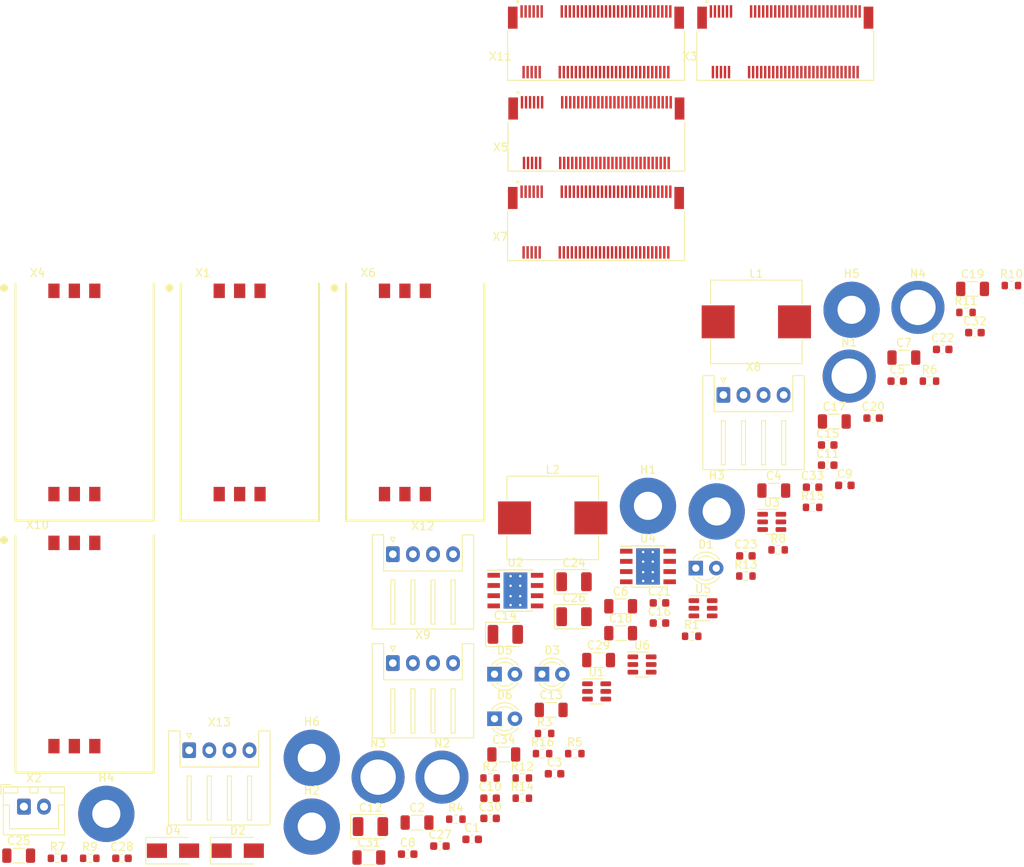
<source format=kicad_pcb>
(kicad_pcb (version 20211014) (generator pcbnew)
  (layers (0 "F.Cu" mixed) (31 "B.Cu" mixed) (36 "B.SilkS" user "B.Silkscreen") (37 "F.SilkS" user "F.Silkscreen") (38 "B.Mask" user) (39 "F.Mask" user) (44 "Edge.Cuts" user))
  (net 0 "")
  (net 1 "/SIM1_PWR")
  (net 2 "GND")
  (net 3 "+3V3A")
  (net 4 "VCC")
  (net 5 "Net-(C8-Pad1)")
  (net 6 "Net-(C9-Pad2)")
  (net 7 "Net-(C10-Pad1)")
  (net 8 "Net-(C10-Pad2)")
  (net 9 "/SIM2_PWR")
  (net 10 "Net-(C20-Pad1)")
  (net 11 "Net-(C21-Pad2)")
  (net 12 "Net-(C22-Pad1)")
  (net 13 "Net-(C22-Pad2)")
  (net 14 "/SIM3_PWR")
  (net 15 "+3V3B")
  (net 16 "/SIM4_PWR")
  (net 17 "Net-(D1-Pad1)")
  (net 18 "Net-(D3-Pad1)")
  (net 19 "Net-(D5-Pad1)")
  (net 20 "Net-(D6-Pad1)")
  (net 21 "/M1_ONOFF")
  (net 22 "Net-(R2-Pad1)")
  (net 23 "Net-(R3-Pad1)")
  (net 24 "/M2_ONOFF")
  (net 25 "Net-(R6-Pad2)")
  (net 26 "Net-(R8-Pad1)")
  (net 27 "Net-(R9-Pad1)")
  (net 28 "/M3_ONOFF")
  (net 29 "Net-(R12-Pad2)")
  (net 30 "Net-(R14-Pad1)")
  (net 31 "/M4_ONOFF")
  (net 32 "Net-(R16-Pad1)")
  (net 33 "/SIM1_DAT")
  (net 34 "/SIM1_CLK")
  (net 35 "/SIM1_RST")
  (net 38 "/SIM2_DAT")
  (net 39 "/SIM2_CLK")
  (net 40 "/SIM2_RST")
  (net 43 "/SIM3_DAT")
  (net 44 "/SIM3_CLK")
  (net 45 "/SIM3_RST")
  (net 47 "/SIM4_DAT")
  (net 48 "/SIM4_CLK")
  (net 49 "/SIM4_RST")
  (net 53 "/USB1_P")
  (net 55 "/USB1_N")
  (net 98 "/USB2_P")
  (net 100 "/USB2_N")
  (net 143 "/USB3_P")
  (net 145 "/USB3_N")
  (net 188 "/USB4_P")
  (net 190 "/USB4_N")
  (footprint "Capacitor_SMD:C_0603_1608Metric" (layer "F.Cu") (at 235.5 122.87)
    (fp_text reference "C21" (at 0 -1.43) (layer "F.SilkS"))
    (fp_text value "6.8p")
    (pad "1" smd roundrect (at -0.775 0) (size 0.9 0.95) (layers "F.Cu" "F.Paste" "F.Mask") (net 2 "GND"))
    (pad "2" smd roundrect (at 0.775 0) (size 0.9 0.95) (layers "F.Cu" "F.Paste" "F.Mask") (net 11 "Net-(C21-Pad2)"))
  )
  (footprint "Capacitor_SMD:C_0603_1608Metric" (layer "F.Cu") (at 256.43 105.73)
    (fp_text reference "C11" (at 0 -1.43) (layer "F.SilkS"))
    (fp_text value "1u")
    (pad "1" smd roundrect (at -0.775 0) (size 0.9 0.95) (layers "F.Cu" "F.Paste" "F.Mask") (net 9 "/SIM2_PWR"))
    (pad "2" smd roundrect (at 0.775 0) (size 0.9 0.95) (layers "F.Cu" "F.Paste" "F.Mask") (net 2 "GND"))
  )
  (footprint "Capacitor_Tantalum_SMD:CP_EIA-3528-15_AVX-H" (layer "F.Cu") (at 224.875 120.24)
    (fp_text reference "C24" (at 0 -2.35) (layer "F.SilkS"))
    (fp_text value "100u")
    (pad "1" smd roundrect (at -1.5375 0) (size 1.325 2.35) (layers "F.Cu" "F.Paste" "F.Mask") (roundrect_rratio 0.188679) (net 3 "+3V3A"))
    (pad "2" smd roundrect (at 1.5375 0) (size 1.325 2.35) (layers "F.Cu" "F.Paste" "F.Mask") (roundrect_rratio 0.188679) (net 2 "GND"))
  )
  (footprint "Resistor_SMD:R_0603_1608Metric" (layer "F.Cu") (at 214.43 144.67)
    (fp_text reference "R2" (at 0 -1.43) (layer "F.SilkS"))
    (fp_text value "200k")
    (pad "1" smd roundrect (at -0.825 0) (size 0.8 0.95) (layers "F.Cu" "F.Paste" "F.Mask") (net 22 "Net-(R2-Pad1)"))
    (pad "2" smd roundrect (at 0.825 0) (size 0.8 0.95) (layers "F.Cu" "F.Paste" "F.Mask") (net 2 "GND"))
  )
  (footprint "Capacitor_SMD:C_1206_3216Metric" (layer "F.Cu") (at 216.13 141.74)
    (fp_text reference "C34" (at 0 -1.85) (layer "F.SilkS"))
    (fp_text value "47u")
    (pad "1" smd roundrect (at -1.475 0) (size 1.15 1.8) (layers "F.Cu" "F.Paste" "F.Mask") (roundrect_rratio 0.217391) (net 15 "+3V3B"))
    (pad "2" smd roundrect (at 1.475 0) (size 1.15 1.8) (layers "F.Cu" "F.Paste" "F.Mask") (roundrect_rratio 0.217391) (net 2 "GND"))
  )
  (footprint "MountingHole:MountingHole_3.2mm_M3_Pad" (layer "F.Cu") (at 208.45 144.56)
    (fp_text reference "N2" (at 0 -4.2) (layer "F.SilkS"))
    (fp_text value "SMTSO2515CTJ")
    (pad "1" thru_hole circle (at 0 0) (size 6.6 6.6) (drill 4.4) (layers *.Cu *.Mask) (net 2 "GND"))
  )
  (footprint "LED_THT:LED_D3.0mm" (layer "F.Cu") (at 240.02 118.54)
    (fp_text reference "D1" (at 1.27 -2.96) (layer "F.SilkS"))
    (fp_text value "LED")
    (pad "1" thru_hole rect (at 0 0) (size 1.8 1.8) (drill 0.9) (layers *.Cu *.Mask) (net 17 "Net-(D1-Pad1)"))
    (pad "2" thru_hole circle (at 2.54 0) (size 1.8 1.8) (drill 0.9) (layers *.Cu *.Mask) (net 3 "+3V3A"))
  )
  (footprint "proj:AMPHENOL_MDT420B03001" (layer "F.Cu") (at 227.65 65.8375)
    (fp_text reference "X5" (at -11.895035 0.325275 180) (layer "F.SilkS") (effects (font (size 1.000843 1.000843))))
    (fp_text value "Bus_M.2_Socket_B")
    (pad "" np_thru_hole circle locked (at 10 0) (size 1.6 1.6) (drill 1.6) (layers *.Cu *.Mask))
    (pad "" np_thru_hole circle locked (at -10 0) (size 1.1 1.1) (drill 1.1) (layers *.Cu *.Mask))
    (pad "1" smd rect locked (at -9.25 -5.275) (size 0.3 1.55) (layers "F.Cu" "F.Paste" "F.Mask"))
    (pad "2" smd rect locked (at -9 2.275) (size 0.3 1.55) (layers "F.Cu" "F.Paste" "F.Mask") (net 3 "+3V3A"))
    (pad "3" smd rect locked (at -8.75 -5.275) (size 0.3 1.55) (layers "F.Cu" "F.Paste" "F.Mask") (net 2 "GND"))
    (pad "4" smd rect locked (at -8.5 2.275) (size 0.3 1.55) (layers "F.Cu" "F.Paste" "F.Mask") (net 3 "+3V3A"))
    (pad "5" smd rect locked (at -8.25 -5.275) (size 0.3 1.55) (layers "F.Cu" "F.Paste" "F.Mask") (net 2 "GND"))
    (pad "6" smd rect locked (at -8 2.275) (size 0.3 1.55) (layers "F.Cu" "F.Paste" "F.Mask") (net 24 "/M2_ONOFF"))
    (pad "7" smd rect locked (at -7.75 -5.275) (size 0.3 1.55) (layers "F.Cu" "F.Paste" "F.Mask") (net 98 "/USB2_P"))
    (pad "8" smd rect locked (at -7.5 2.275) (size 0.3 1.55) (layers "F.Cu" "F.Paste" "F.Mask"))
    (pad "9" smd rect locked (at -7.25 -5.275) (size 0.3 1.55) (layers "F.Cu" "F.Paste" "F.Mask") (net 100 "/USB2_N"))
    (pad "10" smd rect locked (at -7 2.275) (size 0.3 1.55) (layers "F.Cu" "F.Paste" "F.Mask") (net 26 "Net-(R8-Pad1)"))
    (pad "11" smd rect locked (at -6.75 -5.275) (size 0.3 1.55) (layers "F.Cu" "F.Paste" "F.Mask") (net 2 "GND"))
    (pad "20" smd rect locked (at -4.5 2.275) (size 0.3 1.55) (layers "F.Cu" "F.Paste" "F.Mask"))
    (pad "21" smd rect locked (at -4.25 -5.275) (size 0.3 1.55) (layers "F.Cu" "F.Paste" "F.Mask"))
    (pad "22" smd rect locked (at -4 2.275) (size 0.3 1.55) (layers "F.Cu" "F.Paste" "F.Mask"))
    (pad "23" smd rect locked (at -3.75 -5.275) (size 0.3 1.55) (layers "F.Cu" "F.Paste" "F.Mask"))
    (pad "24" smd rect locked (at -3.5 2.275) (size 0.3 1.55) (layers "F.Cu" "F.Paste" "F.Mask"))
    (pad "25" smd rect locked (at -3.25 -5.275) (size 0.3 1.55) (layers "F.Cu" "F.Paste" "F.Mask"))
    (pad "26" smd rect locked (at -3 2.275) (size 0.3 1.55) (layers "F.Cu" "F.Paste" "F.Mask"))
    (pad "27" smd rect locked (at -2.75 -5.275) (size 0.3 1.55) (layers "F.Cu" "F.Paste" "F.Mask") (net 2 "GND"))
    (pad "28" smd rect locked (at -2.5 2.275) (size 0.3 1.55) (layers "F.Cu" "F.Paste" "F.Mask"))
    (pad "29" smd rect locked (at -2.25 -5.275) (size 0.3 1.55) (layers "F.Cu" "F.Paste" "F.Mask"))
    (pad "30" smd rect locked (at -2 2.275) (size 0.3 1.55) (layers "F.Cu" "F.Paste" "F.Mask") (net 40 "/SIM2_RST"))
    (pad "31" smd rect locked (at -1.75 -5.275) (size 0.3 1.55) (layers "F.Cu" "F.Paste" "F.Mask"))
    (pad "32" smd rect locked (at -1.5 2.275) (size 0.3 1.55) (layers "F.Cu" "F.Paste" "F.Mask") (net 39 "/SIM2_CLK"))
    (pad "33" smd rect locked (at -1.25 -5.275) (size 0.3 1.55) (layers "F.Cu" "F.Paste" "F.Mask") (net 2 "GND"))
    (pad "34" smd rect locked (at -1 2.275) (size 0.3 1.55) (layers "F.Cu" "F.Paste" "F.Mask") (net 38 "/SIM2_DAT"))
    (pad "35" smd rect locked (at -0.75 -5.275) (size 0.3 1.55) (layers "F.Cu" "F.Paste" "F.Mask"))
    (pad "36" smd rect locked (at -0.5 2.275) (size 0.3 1.55) (layers "F.Cu" "F.Paste" "F.Mask") (net 9 "/SIM2_PWR"))
    (pad "37" smd rect locked (at -0.25 -5.275) (size 0.3 1.55) (layers "F.Cu" "F.Paste" "F.Mask"))
    (pad "38" smd rect locked (at 0 2.275) (size 0.3 1.55) (layers "F.Cu" "F.Paste" "F.Mask"))
    (pad "39" smd rect locked (at 0.25 -5.275) (size 0.3 1.55) (layers "F.Cu" "F.Paste" "F.Mask") (net 2 "GND"))
    (pad "40" smd rect locked (at 0.5 2.275) (size 0.3 1.55) (layers "F.Cu" "F.Paste" "F.Mask"))
    (pad "41" smd rect locked (at 0.75 -5.275) (size 0.3 1.55) (layers "F.Cu" "F.Paste" "F.Mask"))
    (pad "42" smd rect locked (at 1 2.275) (size 0.3 1.55) (layers "F.Cu" "F.Paste" "F.Mask"))
    (pad "43" smd rect locked (at 1.25 -5.275) (size 0.3 1.55) (layers "F.Cu" "F.Paste" "F.Mask"))
    (pad "44" smd rect locked (at 1.5 2.275) (size 0.3 1.55) (layers "F.Cu" "F.Paste" "F.Mask"))
    (pad "45" smd rect locked (at 1.75 -5.275) (size 0.3 1.55) (layers "F.Cu" "F.Paste" "F.Mask") (net 2 "GND"))
    (pad "46" smd rect locked (at 2 2.275) (size 0.3 1.55) (layers "F.Cu" "F.Paste" "F.Mask"))
    (pad "47" smd rect locked (at 2.25 -5.275) (size 0.3 1.55) (layers "F.Cu" "F.Paste" "F.Mask"))
    (pad "48" smd rect locked (at 2.5 2.275) (size 0.3 1.55) (layers "F.Cu" "F.Paste" "F.Mask"))
    (pad "49" smd rect locked (at 2.75 -5.275) (size 0.3 1.55) (layers "F.Cu" "F.Paste" "F.Mask"))
    (pad "50" smd rect locked (at 3 2.275) (size 0.3 1.55) (layers "F.Cu" "F.Paste" "F.Mask"))
    (pad "51" smd rect locked (at 3.25 -5.275) (size 0.3 1.55) (layers "F.Cu" "F.Paste" "F.Mask") (net 2 "GND"))
    (pad "52" smd rect locked (at 3.5 2.275) (size 0.3 1.55) (layers "F.Cu" "F.Paste" "F.Mask"))
    (pad "53" smd rect locked (at 3.75 -5.275) (size 0.3 1.55) (layers "F.Cu" "F.Paste" "F.Mask"))
    (pad "54" smd rect locked (at 4 2.275) (size 0.3 1.55) (layers "F.Cu" "F.Paste" "F.Mask"))
    (pad "55" smd rect locked (at 4.25 -5.275) (size 0.3 1.55) (layers "F.Cu" "F.Paste" "F.Mask"))
    (pad "56" smd rect locked (at 4.5 2.275) (size 0.3 1.55) (layers "F.Cu" "F.Paste" "F.Mask"))
    (pad "57" smd rect locked (at 4.75 -5.275) (size 0.3 1.55) (layers "F.Cu" "F.Paste" "F.Mask") (net 2 "GND"))
    (pad "58" smd rect locked (at 5 2.275) (size 0.3 1.55) (layers "F.Cu" "F.Paste" "F.Mask"))
    (pad "59" smd rect locked (at 5.25 -5.275) (size 0.3 1.55) (layers "F.Cu" "F.Paste" "F.Mask"))
    (pad "60" smd rect locked (at 5.5 2.275) (size 0.3 1.55) (layers "F.Cu" "F.Paste" "F.Mask"))
    (pad "61" smd rect locked (at 5.75 -5.275) (size 0.3 1.55) (layers "F.Cu" "F.Paste" "F.Mask"))
    (pad "62" smd rect locked (at 6 2.275) (size 0.3 1.55) (layers "F.Cu" "F.Paste" "F.Mask"))
    (pad "63" smd rect locked (at 6.25 -5.275) (size 0.3 1.55) (layers "F.Cu" "F.Paste" "F.Mask"))
    (pad "64" smd rect locked (at 6.5 2.275) (size 0.3 1.55) (layers "F.Cu" "F.Paste" "F.Mask"))
    (pad "65" smd rect locked (at 6.75 -5.275) (size 0.3 1.55) (layers "F.Cu" "F.Paste" "F.Mask"))
    (pad "66" smd rect locked (at 7 2.275) (size 0.3 1.55) (layers "F.Cu" "F.Paste" "F.Mask"))
    (pad "67" smd rect locked (at 7.25 -5.275) (size 0.3 1.55) (layers "F.Cu" "F.Paste" "F.Mask"))
    (pad "68" smd rect locked (at 7.5 2.275) (size 0.3 1.55) (layers "F.Cu" "F.Paste" "F.Mask"))
    (pad "69" smd rect locked (at 7.75 -5.275) (size 0.3 1.55) (layers "F.Cu" "F.Paste" "F.Mask"))
    (pad "70" smd rect locked (at 8 2.275) (size 0.3 1.55) (layers "F.Cu" "F.Paste" "F.Mask") (net 3 "+3V3A"))
    (pad "71" smd rect locked (at 8.25 -5.275) (size 0.3 1.55) (layers "F.Cu" "F.Paste" "F.Mask") (net 2 "GND"))
    (pad "72" smd rect locked (at 8.5 2.275) (size 0.3 1.55) (layers "F.Cu" "F.Paste" "F.Mask") (net 3 "+3V3A"))
    (pad "73" smd rect locked (at 8.75 -5.275) (size 0.3 1.55) (layers "F.Cu" "F.Paste" "F.Mask") (net 2 "GND"))
    (pad "74" smd rect locked (at 9 2.275) (size 0.3 1.55) (layers "F.Cu" "F.Paste" "F.Mask") (net 3 "+3V3A"))
    (pad "75" smd rect locked (at 9.25 -5.275) (size 0.3 1.55) (layers "F.Cu" "F.Paste" "F.Mask"))
    (pad "P1" smd rect locked (at -10.35 -4.5) (size 1.2 2.75) (layers "F.Cu" "F.Paste" "F.Mask") (net 2 "GND"))
    (pad "P2" smd rect locked (at 10.35 -4.5) (size 1.2 2.75) (layers "F.Cu" "F.Paste" "F.Mask") (net 2 "GND"))
  )
  (footprint "Resistor_SMD:R_0603_1608Metric" (layer "F.Cu") (at 269.09 95.27)
    (fp_text reference "R6" (at 0 -1.43) (layer "F.SilkS"))
    (fp_text value "47k")
    (pad "1" smd roundrect (at -0.825 0) (size 0.8 0.95) (layers "F.Cu" "F.Paste" "F.Mask") (net 3 "+3V3A"))
    (pad "2" smd roundrect (at 0.825 0) (size 0.8 0.95) (layers "F.Cu" "F.Paste" "F.Mask") (net 25 "Net-(R6-Pad2)"))
  )
  (footprint "Capacitor_SMD:C_0603_1608Metric" (layer "F.Cu") (at 168.64 154.66)
    (fp_text reference "C28" (at 0 -1.43) (layer "F.SilkS"))
    (fp_text value "0.1u")
    (pad "1" smd roundrect (at -0.775 0) (size 0.9 0.95) (layers "F.Cu" "F.Paste" "F.Mask") (net 15 "+3V3B"))
    (pad "2" smd roundrect (at 0.775 0) (size 0.9 0.95) (layers "F.Cu" "F.Paste" "F.Mask") (net 2 "GND"))
  )
  (footprint "MountingHole:MountingHole_3.5mm_Pad" (layer "F.Cu") (at 234.07 110.79)
    (fp_text reference "H1" (at 0 -4.5) (layer "F.SilkS"))
    (fp_text value "M3")
    (pad "1" thru_hole circle (at 0 0) (size 7 7) (drill 3.5) (layers *.Cu *.Mask) (net 2 "GND"))
  )
  (footprint "Connector_JST:JST_XH_S4B-XH-A_1x04_P2.50mm_Horizontal" (layer "F.Cu") (at 202.33 116.81)
    (fp_text reference "X12" (at 3.75 -3.5) (layer "F.SilkS"))
    (fp_text value "S4B-XH")
    (pad "1" thru_hole roundrect (at 0 0) (size 1.7 1.95) (drill 0.95) (layers *.Cu *.Mask) (roundrect_rratio 0.147059) (net 2 "GND"))
    (pad "2" thru_hole oval (at 2.5 0) (size 1.7 1.95) (drill 0.95) (layers *.Cu *.Mask) (net 143 "/USB3_P"))
    (pad "3" thru_hole oval (at 5 0) (size 1.7 1.95) (drill 0.95) (layers *.Cu *.Mask) (net 145 "/USB3_N"))
    (pad "4" thru_hole oval (at 7.5 0) (size 1.7 1.95) (drill 0.95) (layers *.Cu *.Mask) (net 28 "/M3_ONOFF"))
  )
  (footprint "LED_THT:LED_D3.0mm" (layer "F.Cu") (at 220.88 131.74)
    (fp_text reference "D3" (at 1.27 -2.96) (layer "F.SilkS"))
    (fp_text value "LED")
    (pad "1" thru_hole rect (at 0 0) (size 1.8 1.8) (drill 0.9) (layers *.Cu *.Mask) (net 18 "Net-(D3-Pad1)"))
    (pad "2" thru_hole circle (at 2.54 0) (size 1.8 1.8) (drill 0.9) (layers *.Cu *.Mask) (net 3 "+3V3A"))
  )
  (footprint "Capacitor_SMD:C_0603_1608Metric" (layer "F.Cu") (at 214.43 147.18)
    (fp_text reference "C10" (at 0 -1.43) (layer "F.SilkS"))
    (fp_text value "0.1u")
    (pad "1" smd roundrect (at -0.775 0) (size 0.9 0.95) (layers "F.Cu" "F.Paste" "F.Mask") (net 7 "Net-(C10-Pad1)"))
    (pad "2" smd roundrect (at 0.775 0) (size 0.9 0.95) (layers "F.Cu" "F.Paste" "F.Mask") (net 8 "Net-(C10-Pad2)"))
  )
  (footprint "Capacitor_SMD:C_1206_3216Metric" (layer "F.Cu") (at 205.34 150.21)
    (fp_text reference "C2" (at 0 -1.85) (layer "F.SilkS"))
    (fp_text value "47u")
    (pad "1" smd roundrect (at -1.475 0) (size 1.15 1.8) (layers "F.Cu" "F.Paste" "F.Mask") (roundrect_rratio 0.217391) (net 3 "+3V3A"))
    (pad "2" smd roundrect (at 1.475 0) (size 1.15 1.8) (layers "F.Cu" "F.Paste" "F.Mask") (roundrect_rratio 0.217391) (net 2 "GND"))
  )
  (footprint "Capacitor_SMD:C_0603_1608Metric" (layer "F.Cu") (at 235.5 125.38)
    (fp_text reference "C16" (at 0 -1.43) (layer "F.SilkS"))
    (fp_text value "0.1u")
    (pad "1" smd roundrect (at -0.775 0) (size 0.9 0.95) (layers "F.Cu" "F.Paste" "F.Mask") (net 3 "+3V3A"))
    (pad "2" smd roundrect (at 0.775 0) (size 0.9 0.95) (layers "F.Cu" "F.Paste" "F.Mask") (net 2 "GND"))
  )
  (footprint "Inductor_SMD:L_Sunlord_MWSA1004S" (layer "F.Cu") (at 222.22 112.29)
    (fp_text reference "L2" (at 0 -6) (layer "F.SilkS"))
    (fp_text value "15uH")
    (pad "1" smd rect locked (at -4.75 0) (size 4.1 4.1) (layers "F.Cu" "F.Paste" "F.Mask") (net 13 "Net-(C22-Pad2)"))
    (pad "2" smd rect locked (at 4.75 0) (size 4.1 4.1) (layers "F.Cu" "F.Paste" "F.Mask") (net 3 "+3V3A"))
  )
  (footprint "Resistor_SMD:R_0603_1608Metric" (layer "F.Cu") (at 273.63 86.72)
    (fp_text reference "R11" (at 0 -1.43) (layer "F.SilkS"))
    (fp_text value "2k")
    (pad "1" smd roundrect (at -0.825 0) (size 0.8 0.95) (layers "F.Cu" "F.Paste" "F.Mask") (net 15 "+3V3B"))
    (pad "2" smd roundrect (at 0.825 0) (size 0.8 0.95) (layers "F.Cu" "F.Paste" "F.Mask") (net 28 "/M3_ONOFF"))
  )
  (footprint "Capacitor_SMD:C_0603_1608Metric" (layer "F.Cu") (at 204.18 154.14)
    (fp_text reference "C8" (at 0 -1.43) (layer "F.SilkS"))
    (fp_text value "910p")
    (pad "1" smd roundrect (at -0.775 0) (size 0.9 0.95) (layers "F.Cu" "F.Paste" "F.Mask") (net 5 "Net-(C8-Pad1)"))
    (pad "2" smd roundrect (at 0.775 0) (size 0.9 0.95) (layers "F.Cu" "F.Paste" "F.Mask") (net 2 "GND"))
  )
  (footprint "Capacitor_SMD:C_1206_3216Metric" (layer "F.Cu") (at 274.45 83.79)
    (fp_text reference "C19" (at 0 -1.85) (layer "F.SilkS"))
    (fp_text value "4.7u")
    (pad "1" smd roundrect (at -1.475 0) (size 1.15 1.8) (layers "F.Cu" "F.Paste" "F.Mask") (roundrect_rratio 0.217391) (net 4 "VCC"))
    (pad "2" smd roundrect (at 1.475 0) (size 1.15 1.8) (layers "F.Cu" "F.Paste" "F.Mask") (roundrect_rratio 0.217391) (net 2 "GND"))
  )
  (footprint "Resistor_SMD:R_0603_1608Metric" (layer "F.Cu") (at 164.63 154.66)
    (fp_text reference "R9" (at 0 -1.43) (layer "F.SilkS"))
    (fp_text value "200k")
    (pad "1" smd roundrect (at -0.825 0) (size 0.8 0.95) (layers "F.Cu" "F.Paste" "F.Mask") (net 27 "Net-(R9-Pad1)"))
    (pad "2" smd roundrect (at 0.825 0) (size 0.8 0.95) (layers "F.Cu" "F.Paste" "F.Mask") (net 2 "GND"))
  )
  (footprint "Resistor_SMD:R_0603_1608Metric" (layer "F.Cu") (at 250.26 116.27)
    (fp_text reference "R8" (at 0 -1.43) (layer "F.SilkS"))
    (fp_text value "470")
    (pad "1" smd roundrect (at -0.825 0) (size 0.8 0.95) (layers "F.Cu" "F.Paste" "F.Mask") (net 26 "Net-(R8-Pad1)"))
    (pad "2" smd roundrect (at 0.825 0) (size 0.8 0.95) (layers "F.Cu" "F.Paste" "F.Mask") (net 18 "Net-(D3-Pad1)"))
  )
  (footprint "Capacitor_SMD:C_0603_1608Metric" (layer "F.Cu") (at 274.74 89.23)
    (fp_text reference "C32" (at 0 -1.43) (layer "F.SilkS"))
    (fp_text value "0.1u")
    (pad "1" smd roundrect (at -0.775 0) (size 0.9 0.95) (layers "F.Cu" "F.Paste" "F.Mask") (net 15 "+3V3B"))
    (pad "2" smd roundrect (at 0.775 0) (size 0.9 0.95) (layers "F.Cu" "F.Paste" "F.Mask") (net 2 "GND"))
  )
  (footprint "Diode_SMD:D_SMA" (layer "F.Cu") (at 183.04 153.71)
    (fp_text reference "D2" (at 0 -2.5) (layer "F.SilkS"))
    (fp_text value "SS510")
    (pad "1" smd rect (at -2 0) (size 2.5 1.8) (layers "F.Cu" "F.Paste" "F.Mask") (net 8 "Net-(C10-Pad2)"))
    (pad "2" smd rect (at 2 0) (size 2.5 1.8) (layers "F.Cu" "F.Paste" "F.Mask") (net 2 "GND"))
  )
  (footprint "Capacitor_SMD:C_1206_3216Metric" (layer "F.Cu") (at 249.72 108.89)
    (fp_text reference "C4" (at 0 -1.85) (layer "F.SilkS"))
    (fp_text value "4.7u")
    (pad "1" smd roundrect (at -1.475 0) (size 1.15 1.8) (layers "F.Cu" "F.Paste" "F.Mask") (roundrect_rratio 0.217391) (net 4 "VCC"))
    (pad "2" smd roundrect (at 1.475 0) (size 1.15 1.8) (layers "F.Cu" "F.Paste" "F.Mask") (roundrect_rratio 0.217391) (net 2 "GND"))
  )
  (footprint "LED_THT:LED_D3.0mm" (layer "F.Cu") (at 214.98 131.74)
    (fp_text reference "D5" (at 1.27 -2.96) (layer "F.SilkS"))
    (fp_text value "LED")
    (pad "1" thru_hole rect (at 0 0) (size 1.8 1.8) (drill 0.9) (layers *.Cu *.Mask) (net 19 "Net-(D5-Pad1)"))
    (pad "2" thru_hole circle (at 2.54 0) (size 1.8 1.8) (drill 0.9) (layers *.Cu *.Mask) (net 15 "+3V3B"))
  )
  (footprint "MountingHole:MountingHole_3.5mm_Pad" (layer "F.Cu") (at 259.4 86.39)
    (fp_text reference "H5" (at 0 -4.5) (layer "F.SilkS"))
    (fp_text value "M3")
    (pad "1" thru_hole circle (at 0 0) (size 7 7) (drill 3.5) (layers *.Cu *.Mask) (net 2 "GND"))
  )
  (footprint "MountingHole:MountingHole_3.5mm_Pad" (layer "F.Cu") (at 166.69 149.13)
    (fp_text reference "H4" (at 0 -4.5) (layer "F.SilkS"))
    (fp_text value "M3")
    (pad "1" thru_hole circle (at 0 0) (size 7 7) (drill 3.5) (layers *.Cu *.Mask) (net 2 "GND"))
  )
  (footprint "Capacitor_SMD:C_0603_1608Metric" (layer "F.Cu") (at 258.56 108.24)
    (fp_text reference "C9" (at 0 -1.43) (layer "F.SilkS"))
    (fp_text value "6.8p")
    (pad "1" smd roundrect (at -0.775 0) (size 0.9 0.95) (layers "F.Cu" "F.Paste" "F.Mask") (net 2 "GND"))
    (pad "2" smd roundrect (at 0.775 0) (size 0.9 0.95) (layers "F.Cu" "F.Paste" "F.Mask") (net 6 "Net-(C9-Pad2)"))
  )
  (footprint "Resistor_SMD:R_0603_1608Metric" (layer "F.Cu") (at 218.44 144.67)
    (fp_text reference "R12" (at 0 -1.43) (layer "F.SilkS"))
    (fp_text value "47k")
    (pad "1" smd roundrect (at -0.825 0) (size 0.8 0.95) (layers "F.Cu" "F.Paste" "F.Mask") (net 3 "+3V3A"))
    (pad "2" smd roundrect (at 0.825 0) (size 0.8 0.95) (layers "F.Cu" "F.Paste" "F.Mask") (net 29 "Net-(R12-Pad2)"))
  )
  (footprint "Capacitor_SMD:C_1206_3216Metric" (layer "F.Cu") (at 155.79 154.33)
    (fp_text reference "C25" (at 0 -1.85) (layer "F.SilkS"))
    (fp_text value "47u")
    (pad "1" smd roundrect (at -1.475 0) (size 1.15 1.8) (layers "F.Cu" "F.Paste" "F.Mask") (roundrect_rratio 0.217391) (net 15 "+3V3B"))
    (pad "2" smd roundrect (at 1.475 0) (size 1.15 1.8) (layers "F.Cu" "F.Paste" "F.Mask") (roundrect_rratio 0.217391) (net 2 "GND"))
  )
  (footprint "Resistor_SMD:R_0603_1608Metric" (layer "F.Cu") (at 220.96 141.63)
    (fp_text reference "R16" (at 0 -1.43) (layer "F.SilkS"))
    (fp_text value "470")
    (pad "1" smd roundrect (at -0.825 0) (size 0.8 0.95) (layers "F.Cu" "F.Paste" "F.Mask") (net 32 "Net-(R16-Pad1)"))
    (pad "2" smd roundrect (at 0.825 0) (size 0.8 0.95) (layers "F.Cu" "F.Paste" "F.Mask") (net 20 "Net-(D6-Pad1)"))
  )
  (footprint "Capacitor_SMD:C_0603_1608Metric" (layer "F.Cu") (at 262.08 99.87)
    (fp_text reference "C20" (at 0 -1.43) (layer "F.SilkS"))
    (fp_text value "910p")
    (pad "1" smd roundrect (at -0.775 0) (size 0.9 0.95) (layers "F.Cu" "F.Paste" "F.Mask") (net 10 "Net-(C20-Pad1)"))
    (pad "2" smd roundrect (at 0.775 0) (size 0.9 0.95) (layers "F.Cu" "F.Paste" "F.Mask") (net 2 "GND"))
  )
  (footprint "MountingHole:MountingHole_3.2mm_M3_Pad" (layer "F.Cu") (at 200.5 144.56)
    (fp_text reference "N3" (at 0 -4.2) (layer "F.SilkS"))
    (fp_text value "SMTSO2515CTJ")
    (pad "1" thru_hole circle (at 0 0) (size 6.6 6.6) (drill 4.4) (layers *.Cu *.Mask) (net 2 "GND"))
  )
  (footprint "Capacitor_SMD:C_1206_3216Metric" (layer "F.Cu") (at 257.25 100.29)
    (fp_text reference "C17" (at 0 -1.85) (layer "F.SilkS"))
    (fp_text value "47u")
    (pad "1" smd roundrect (at -1.475 0) (size 1.15 1.8) (layers "F.Cu" "F.Paste" "F.Mask") (roundrect_rratio 0.217391) (net 3 "+3V3A"))
    (pad "2" smd roundrect (at 1.475 0) (size 1.15 1.8) (layers "F.Cu" "F.Paste" "F.Mask") (roundrect_rratio 0.217391) (net 2 "GND"))
  )
  (footprint "Capacitor_SMD:C_0603_1608Metric" (layer "F.Cu") (at 254.55 108.47)
    (fp_text reference "C33" (at 0 -1.43) (layer "F.SilkS"))
    (fp_text value "0.1u")
    (pad "1" smd roundrect (at -0.775 0) (size 0.9 0.95) (layers "F.Cu" "F.Paste" "F.Mask") (net 15 "+3V3B"))
    (pad "2" smd roundrect (at 0.775 0) (size 0.9 0.95) (layers "F.Cu" "F.Paste" "F.Mask") (net 2 "GND"))
  )
  (footprint "proj:FCI_7111S2015X02LF" (layer "F.Cu") (at 203.835 96.6785)
    (fp_text reference "X6" (at -4.57537 -14.88615) (layer "F.SilkS") (effects (font (size 1.000079 1.000079))))
    (fp_text value "SIM_Card")
    (pad "1" smd rect (at -2.54 -12.65) (size 1.4 1.8) (layers "F.Cu" "F.Paste" "F.Mask") (net 14 "/SIM3_PWR"))
    (pad "2" smd rect (at 0 -12.65) (size 1.4 1.8) (layers "F.Cu" "F.Paste" "F.Mask") (net 45 "/SIM3_RST"))
    (pad "3" smd rect (at 2.54 -12.65) (size 1.4 1.8) (layers "F.Cu" "F.Paste" "F.Mask") (net 44 "/SIM3_CLK"))
    (pad "5" smd rect (at -2.54 12.65) (size 1.4 1.8) (layers "F.Cu" "F.Paste" "F.Mask") (net 2 "GND"))
    (pad "6" smd rect (at 0 12.65) (size 1.4 1.8) (layers "F.Cu" "F.Paste" "F.Mask"))
    (pad "7" smd rect (at 2.54 12.65) (size 1.4 1.8) (layers "F.Cu" "F.Paste" "F.Mask") (net 43 "/SIM3_DAT"))
  )
  (footprint "Capacitor_Tantalum_SMD:CP_EIA-3528-15_AVX-H" (layer "F.Cu") (at 224.875 124.59)
    (fp_text reference "C26" (at 0 -2.35) (layer "F.SilkS"))
    (fp_text value "100u")
    (pad "1" smd roundrect (at -1.5375 0) (size 1.325 2.35) (layers "F.Cu" "F.Paste" "F.Mask") (roundrect_rratio 0.188679) (net 3 "+3V3A"))
    (pad "2" smd roundrect (at 1.5375 0) (size 1.325 2.35) (layers "F.Cu" "F.Paste" "F.Mask") (roundrect_rratio 0.188679) (net 2 "GND"))
  )
  (footprint "Capacitor_SMD:C_0603_1608Metric" (layer "F.Cu") (at 214.43 149.69)
    (fp_text reference "C30" (at 0 -1.43) (layer "F.SilkS"))
    (fp_text value "1u")
    (pad "1" smd roundrect (at -0.775 0) (size 0.9 0.95) (layers "F.Cu" "F.Paste" "F.Mask") (net 16 "/SIM4_PWR"))
    (pad "2" smd roundrect (at 0.775 0) (size 0.9 0.95) (layers "F.Cu" "F.Paste" "F.Mask") (net 2 "GND"))
  )
  (footprint "proj:AMPHENOL_MDT420B03001" (layer "F.Cu") (at 227.6 76.97)
    (fp_text reference "X7" (at -11.895035 0.325275 180) (layer "F.SilkS") (effects (font (size 1.000843 1.000843))))
    (fp_text value "Bus_M.2_Socket_B")
    (pad "" np_thru_hole circle locked (at -10 0) (size 1.1 1.1) (drill 1.1) (layers *.Cu *.Mask))
    (pad "" np_thru_hole circle locked (at 10 0) (size 1.6 1.6) (drill 1.6) (layers *.Cu *.Mask))
    (pad "1" smd rect locked (at -9.25 -5.275) (size 0.3 1.55) (layers "F.Cu" "F.Paste" "F.Mask"))
    (pad "2" smd rect locked (at -9 2.275) (size 0.3 1.55) (layers "F.Cu" "F.Paste" "F.Mask") (net 15 "+3V3B"))
    (pad "3" smd rect locked (at -8.75 -5.275) (size 0.3 1.55) (layers "F.Cu" "F.Paste" "F.Mask") (net 2 "GND"))
    (pad "4" smd rect locked (at -8.5 2.275) (size 0.3 1.55) (layers "F.Cu" "F.Paste" "F.Mask") (net 15 "+3V3B"))
    (pad "5" smd rect locked (at -8.25 -5.275) (size 0.3 1.55) (layers "F.Cu" "F.Paste" "F.Mask") (net 2 "GND"))
    (pad "6" smd rect locked (at -8 2.275) (size 0.3 1.55) (layers "F.Cu" "F.Paste" "F.Mask") (net 28 "/M3_ONOFF"))
    (pad "7" smd rect locked (at -7.75 -5.275) (size 0.3 1.55) (layers "F.Cu" "F.Paste" "F.Mask") (net 143 "/USB3_P"))
    (pad "8" smd rect locked (at -7.5 2.275) (size 0.3 1.55) (layers "F.Cu" "F.Paste" "F.Mask"))
    (pad "9" smd rect locked (at -7.25 -5.275) (size 0.3 1.55) (layers "F.Cu" "F.Paste" "F.Mask") (net 145 "/USB3_N"))
    (pad "10" smd rect locked (at -7 2.275) (size 0.3 1.55) (layers "F.Cu" "F.Paste" "F.Mask") (net 30 "Net-(R14-Pad1)"))
    (pad "11" smd rect locked (at -6.75 -5.275) (size 0.3 1.55) (layers "F.Cu" "F.Paste" "F.Mask") (net 2 "GND"))
    (pad "20" smd rect locked (at -4.5 2.275) (size 0.3 1.55) (layers "F.Cu" "F.Paste" "F.Mask"))
    (pad "21" smd rect locked (at -4.25 -5.275) (size 0.3 1.55) (layers "F.Cu" "F.Paste" "F.Mask"))
    (pad "22" smd rect locked (at -4 2.275) (size 0.3 1.55) (layers "F.Cu" "F.Paste" "F.Mask"))
    (pad "23" smd rect locked (at -3.75 -5.275) (size 0.3 1.55) (layers "F.Cu" "F.Paste" "F.Mask"))
    (pad "24" smd rect locked (at -3.5 2.275) (size 0.3 1.55) (layers "F.Cu" "F.Paste" "F.Mask"))
    (pad "25" smd rect locked (at -3.25 -5.275) (size 0.3 1.55) (layers "F.Cu" "F.Paste" "F.Mask"))
    (pad "26" smd rect locked (at -3 2.275) (size 0.3 1.55) (layers "F.Cu" "F.Paste" "F.Mask"))
    (pad "27" smd rect locked (at -2.75 -5.275) (size 0.3 1.55) (layers "F.Cu" "F.Paste" "F.Mask") (net 2 "GND"))
    (pad "28" smd rect locked (at -2.5 2.275) (size 0.3 1.55) (layers "F.Cu" "F.Paste" "F.Mask"))
    (pad "29" smd rect locked (at -2.25 -5.275) (size 0.3 1.55) (layers "F.Cu" "F.Paste" "F.Mask"))
    (pad "30" smd rect locked (at -2 2.275) (size 0.3 1.55) (layers "F.Cu" "F.Paste" "F.Mask") (net 45 "/SIM3_RST"))
    (pad "31" smd rect locked (at -1.75 -5.275) (size 0.3 1.55) (layers "F.Cu" "F.Paste" "F.Mask"))
    (pad "32" smd rect locked (at -1.5 2.275) (size 0.3 1.55) (layers "F.Cu" "F.Paste" "F.Mask") (net 44 "/SIM3_CLK"))
    (pad "33" smd rect locked (at -1.25 -5.275) (size 0.3 1.55) (layers "F.Cu" "F.Paste" "F.Mask") (net 2 "GND"))
    (pad "34" smd rect locked (at -1 2.275) (size 0.3 1.55) (layers "F.Cu" "F.Paste" "F.Mask") (net 43 "/SIM3_DAT"))
    (pad "35" smd rect locked (at -0.75 -5.275) (size 0.3 1.55) (layers "F.Cu" "F.Paste" "F.Mask"))
    (pad "36" smd rect locked (at -0.5 2.275) (size 0.3 1.55) (layers "F.Cu" "F.Paste" "F.Mask") (net 14 "/SIM3_PWR"))
    (pad "37" smd rect locked (at -0.25 -5.275) (size 0.3 1.55) (layers "F.Cu" "F.Paste" "F.Mask"))
    (pad "38" smd rect locked (at 0 2.275) (size 0.3 1.55) (layers "F.Cu" "F.Paste" "F.Mask"))
    (pad "39" smd rect locked (at 0.25 -5.275) (size 0.3 1.55) (layers "F.Cu" "F.Paste" "F.Mask") (net 2 "GND"))
    (pad "40" smd rect locked (at 0.5 2.275) (size 0.3 1.55) (layers "F.Cu" "F.Paste" "F.Mask"))
    (pad "41" smd rect locked (at 0.75 -5.275) (size 0.3 1.55) (layers "F.Cu" "F.Paste" "F.Mask"))
    (pad "42" smd rect locked (at 1 2.275) (size 0.3 1.55) (layers "F.Cu" "F.Paste" "F.Mask"))
    (pad "43" smd rect locked (at 1.25 -5.275) (size 0.3 1.55) (layers "F.Cu" "F.Paste" "F.Mask"))
    (pad "44" smd rect locked (at 1.5 2.275) (size 0.3 1.55) (layers "F.Cu" "F.Paste" "F.Mask"))
    (pad "45" smd rect locked (at 1.75 -5.275) (size 0.3 1.55) (layers "F.Cu" "F.Paste" "F.Mask") (net 2 "GND"))
    (pad "46" smd rect locked (at 2 2.275) (size 0.3 1.55) (layers "F.Cu" "F.Paste" "F.Mask"))
    (pad "47" smd rect locked (at 2.25 -5.275) (size 0.3 1.55) (layers "F.Cu" "F.Paste" "F.Mask"))
    (pad "48" smd rect locked (at 2.5 2.275) (size 0.3 1.55) (layers "F.Cu" "F.Paste" "F.Mask"))
    (pad "49" smd rect locked (at 2.75 -5.275) (size 0.3 1.55) (layers "F.Cu" "F.Paste" "F.Mask"))
    (pad "50" smd rect locked (at 3 2.275) (size 0.3 1.55) (layers "F.Cu" "F.Paste" "F.Mask"))
    (pad "51" smd rect locked (at 3.25 -5.275) (size 0.3 1.55) (layers "F.Cu" "F.Paste" "F.Mask") (net 2 "GND"))
    (pad "52" smd rect locked (at 3.5 2.275) (size 0.3 1.55) (layers "F.Cu" "F.Paste" "F.Mask"))
    (pad "53" smd rect locked (at 3.75 -5.275) (size 0.3 1.55) (layers "F.Cu" "F.Paste" "F.Mask"))
    (pad "54" smd rect locked (at 4 2.275) (size 0.3 1.55) (layers "F.Cu" "F.Paste" "F.Mask"))
    (pad "55" smd rect locked (at 4.25 -5.275) (size 0.3 1.55) (layers "F.Cu" "F.Paste" "F.Mask"))
    (pad "56" smd rect locked (at 4.5 2.275) (size 0.3 1.55) (layers "F.Cu" "F.Paste" "F.Mask"))
    (pad "57" smd rect locked (at 4.75 -5.275) (size 0.3 1.55) (layers "F.Cu" "F.Paste" "F.Mask") (net 2 "GND"))
    (pad "58" smd rect locked (at 5 2.275) (size 0.3 1.55) (layers "F.Cu" "F.Paste" "F.Mask"))
    (pad "59" smd rect locked (at 5.25 -5.275) (size 0.3 1.55) (layers "F.Cu" "F.Paste" "F.Mask"))
    (pad "60" smd rect locked (at 5.5 2.275) (size 0.3 1.55) (layers "F.Cu" "F.Paste" "F.Mask"))
    (pad "61" smd rect locked (at 5.75 -5.275) (size 0.3 1.55) (layers "F.Cu" "F.Paste" "F.Mask"))
    (pad "62" smd rect locked (at 6 2.275) (size 0.3 1.55) (layers "F.Cu" "F.Paste" "F.Mask"))
    (pad "63" smd rect locked (at 6.25 -5.275) (size 0.3 1.55) (layers "F.Cu" "F.Paste" "F.Mask"))
    (pad "64" smd rect locked (at 6.5 2.275) (size 0.3 1.55) (layers "F.Cu" "F.Paste" "F.Mask"))
    (pad "65" smd rect locked (at 6.75 -5.275) (size 0.3 1.55) (layers "F.Cu" "F.Paste" "F.Mask"))
    (pad "66" smd rect locked (at 7 2.275) (size 0.3 1.55) (layers "F.Cu" "F.Paste" "F.Mask"))
    (pad "67" smd rect locked (at 7.25 -5.275) (size 0.3 1.55) (layers "F.Cu" "F.Paste" "F.Mask"))
    (pad "68" smd rect locked (at 7.5 2.275) (size 0.3 1.55) (layers "F.Cu" "F.Paste" "F.Mask"))
    (pad "69" smd rect locked (at 7.75 -5.275) (size 0.3 1.55) (layers "F.Cu" "F.Paste" "F.Mask"))
    (pad "70" smd rect locked (at 8 2.275) (size 0.3 1.55) (layers "F.Cu" "F.Paste" "F.Mask") (net 15 "+3V3B"))
    (pad "71" smd rect locked (at 8.25 -5.275) (size 0.3 1.55) (layers "F.Cu" "F.Paste" "F.Mask") (net 2 "GND"))
    (pad "72" smd rect locked (at 8.5 2.275) (size 0.3 1.55) (layers "F.Cu" "F.Paste" "F.Mask") (net 15 "+3V3B"))
    (pad "73" smd rect locked (at 8.75 -5.275) (size 0.3 1.55) (layers "F.Cu" "F.Paste" "F.Mask") (net 2 "GND"))
    (pad "74" smd rect locked (at 9 2.275) (size 0.3 1.55) (layers "F.Cu" "F.Paste" "F.Mask") (net 15 "+3V3B"))
    (pad "75" smd rect locked (at 9.25 -5.275) (size 0.3 1.55) (layers "F.Cu" "F.Paste" "F.Mask"))
    (pad "P1" smd rect locked (at -10.35 -4.5) (size 1.2 2.75) (layers "F.Cu" "F.Paste" "F.Mask") (net 2 "GND"))
    (pad "P2" smd rect locked (at 10.35 -4.5) (size 1.2 2.75) (layers "F.Cu" "F.Paste" "F.Mask") (net 2 "GND"))
  )
  (footprint "Capacitor_SMD:C_1206_3216Metric" (layer "F.Cu") (at 230.67 123.29)
    (fp_text reference "C6" (at 0 -1.85) (layer "F.SilkS"))
    (fp_text value "4.7u")
    (pad "1" smd roundrect (at -1.475 0) (size 1.15 1.8) (layers "F.Cu" "F.Paste" "F.Mask") (roundrect_rratio 0.217391) (net 4 "VCC"))
    (pad "2" smd roundrect (at 1.475 0) (size 1.15 1.8) (layers "F.Cu" "F.Paste" "F.Mask") (roundrect_rratio 0.217391) (net 2 "GND"))
  )
  (footprint "Connector_JST:JST_XH_S4B-XH-A_1x04_P2.50mm_Horizontal" (layer "F.Cu") (at 243.45 96.99)
    (fp_text reference "X8" (at 3.75 -3.5) (layer "F.SilkS"))
    (fp_text value "S4B-XH")
    (pad "1" thru_hole roundrect (at 0 0) (size 1.7 1.95) (drill 0.95) (layers *.Cu *.Mask) (roundrect_rratio 0.147059) (net 2 "GND"))
    (pad "2" thru_hole oval (at 2.5 0) (size 1.7 1.95) (drill 0.95) (layers *.Cu *.Mask) (net 53 "/USB1_P"))
    (pad "3" thru_hole oval (at 5 0) (size 1.7 1.95) (drill 0.95) (layers *.Cu *.Mask) (net 55 "/USB1_N"))
    (pad "4" thru_hole oval (at 7.5 0) (size 1.7 1.95) (drill 0.95) (layers *.Cu *.Mask) (net 21 "/M1_ONOFF"))
  )
  (footprint "Resistor_SMD:R_0603_1608Metric" (layer "F.Cu") (at 279.28 83.37)
    (fp_text reference "R10" (at 0 -1.43) (layer "F.SilkS"))
    (fp_text value "47k")
    (pad "1" smd roundrect (at -0.825 0) (size 0.8 0.95) (layers "F.Cu" "F.Paste" "F.Mask") (net 11 "Net-(C21-Pad2)"))
    (pad "2" smd roundrect (at 0.825 0) (size 0.8 0.95) (layers "F.Cu" "F.Paste" "F.Mask") (net 10 "Net-(C20-Pad1)"))
  )
  (footprint "Resistor_SMD:R_0603_1608Metric" (layer "F.Cu") (at 254.55 110.98)
    (fp_text reference "R15" (at 0 -1.43) (layer "F.SilkS"))
    (fp_text value "2k")
    (pad "1" smd roundrect (at -0.825 0) (size 0.8 0.95) (layers "F.Cu" "F.Paste" "F.Mask") (net 15 "+3V3B"))
    (pad "2" smd roundrect (at 0.825 0) (size 0.8 0.95) (layers "F.Cu" "F.Paste" "F.Mask") (net 31 "/M4_ONOFF"))
  )
  (footprint "Package_TO_SOT_SMD:SOT-23-6" (layer "F.Cu") (at 227.68 133.89)
    (fp_text reference "U1" (at 0 -2.4) (layer "F.SilkS"))
    (fp_text value "SRV05-4")
    (pad "1" smd roundrect (at -1.1375 -0.95) (size 1.325 0.6) (layers "F.Cu" "F.Paste" "F.Mask") (net 33 "/SIM1_DAT"))
    (pad "2" smd roundrect (at -1.1375 0) (size 1.325 0.6) (layers "F.Cu" "F.Paste" "F.Mask") (net 2 "GND"))
    (pad "3" smd roundrect (at -1.1375 0.95) (size 1.325 0.6) (layers "F.Cu" "F.Paste" "F.Mask") (net 34 "/SIM1_CLK"))
    (pad "4" smd roundrect (at 1.1375 0.95) (size 1.325 0.6) (layers "F.Cu" "F.Paste" "F.Mask") (net 35 "/SIM1_RST"))
    (pad "5" smd roundrect (at 1.1375 0) (size 1.325 0.6) (layers "F.Cu" "F.Paste" "F.Mask") (net 1 "/SIM1_PWR"))
    (pad "6" smd roundrect (at 1.1375 -0.95) (size 1.325 0.6) (layers "F.Cu" "F.Paste" "F.Mask"))
  )
  (footprint "Capacitor_SMD:C_1206_3216Metric" (layer "F.Cu") (at 199.35 154.56)
    (fp_text reference "C31" (at 0 -1.85) (layer "F.SilkS"))
    (fp_text value "47u")
    (pad "1" smd roundrect (at -1.475 0) (size 1.15 1.8) (layers "F.Cu" "F.Paste" "F.Mask") (roundrect_rratio 0.217391) (net 15 "+3V3B"))
    (pad "2" smd roundrect (at 1.475 0) (size 1.15 1.8) (layers "F.Cu" "F.Paste" "F.Mask") (roundrect_rratio 0.217391) (net 2 "GND"))
  )
  (footprint "Package_SO:TI_SO-PowerPAD-8_ThermalVias" (layer "F.Cu") (at 234.07 118.34)
    (fp_text reference "U4" (at 0 -3.5) (layer "F.SilkS"))
    (fp_text value "TPS54540")
    (pad "1" smd rect (at -2.7 -1.905) (size 1.55 0.6) (layers "F.Cu" "F.Paste" "F.Mask") (net 12 "Net-(C22-Pad1)"))
    (pad "2" smd rect (at -2.7 -0.635) (size 1.55 0.6) (layers "F.Cu" "F.Paste" "F.Mask") (net 4 "VCC"))
    (pad "3" smd rect (at -2.7 0.635) (size 1.55 0.6) (layers "F.Cu" "F.Paste" "F.Mask"))
    (pad "4" smd rect (at -2.7 1.905) (size 1.55 0.6) (layers "F.Cu" "F.Paste" "F.Mask") (net 27 "Net-(R9-Pad1)"))
    (pad "5" smd rect (at 2.7 1.905) (size 1.55 0.6) (layers "F.Cu" "F.Paste" "F.Mask") (net 29 "Net-(R12-Pad2)"))
    (pad "6" smd rect (at 2.7 0.635) (size 1.55 0.6) (layers "F.Cu" "F.Paste" "F.Mask") (net 11 "Net-(C21-Pad2)"))
    (pad "7" smd rect (at 2.7 -0.635) (size 1.55 0.6) (layers "F.Cu" "F.Paste" "F.Mask") (net 2 "GND"))
    (pad "8" smd rect (at 2.7 -1.905) (size 1.55 0.6) (layers "F.Cu" "F.Paste" "F.Mask") (net 13 "Net-(C22-Pad2)"))
    (pad "9" thru_hole circle (at -0.6 1.8) (size 0.6 0.6) (drill 0.3) (layers *.Cu) (net 2 "GND"))
    (pad "9" thru_hole circle (at 0.6 -1.8) (size 0.6 0.6) (drill 0.3) (layers *.Cu) (net 2 "GND"))
    (pad "9" thru_hole circle (at -0.6 -0.6) (size 0.6 0.6) (drill 0.3) (layers *.Cu) (net 2 "GND"))
    (pad "9" smd rect (at 0 0) (size 2.6 3.1) (layers "F.Cu" "F.Paste" "F.Mask") (net 2 "GND"))
    (pad "9" smd rect (at 0 0) (size 2.95 4.5) (layers "B.Cu") (net 2 "GND"))
    (pad "9" thru_hole circle (at -0.6 0.7) (size 0.6 0.6) (drill 0.3) (layers *.Cu) (net 2 "GND"))
    (pad "9" smd rect (at 0 0) (size 2.95 4.5) (layers "F.Cu") (net 2 "GND"))
    (pad "9" thru_hole circle (at 0.6 1.8) (size 0.6 0.6) (drill 0.3) (layers *.Cu) (net 2 "GND"))
    (pad "9" thru_hole circle (at 0.6 0.7) (size 0.6 0.6) (drill 0.3) (layers *.Cu) (net 2 "GND"))
    (pad "9" thru_hole circle (at -0.6 -1.8) (size 0.6 0.6) (drill 0.3) (layers *.Cu) (net 2 "GND"))
    (pad "9" thru_hole circle (at 0.6 -0.6) (size 0.6 0.6) (drill 0.3) (layers *.Cu) (net 2 "GND"))
  )
  (footprint "Resistor_SMD:R_0603_1608Metric" (layer "F.Cu") (at 246.25 119.53)
    (fp_text reference "R13" (at 0 -1.43) (layer "F.SilkS"))
    (fp_text value "15k")
    (pad "1" smd roundrect (at -0.825 0) (size 0.8 0.95) (layers "F.Cu" "F.Paste" "F.Mask") (net 29 "Net-(R12-Pad2)"))
    (pad "2" smd roundrect (at 0.825 0) (size 0.8 0.95) (layers "F.Cu" "F.Paste" "F.Mask") (net 2 "GND"))
  )
  (footprint "Capacitor_SMD:C_0603_1608Metric" (layer "F.Cu") (at 222.45 144.14)
    (fp_text reference "C3" (at 0 -1.43) (layer "F.SilkS"))
    (fp_text value "0.1u")
    (pad "1" smd roundrect (at -0.775 0) (size 0.9 0.95) (layers "F.Cu" "F.Paste" "F.Mask") (net 3 "+3V3A"))
    (pad "2" smd roundrect (at 0.775 0) (size 0.9 0.95) (layers "F.Cu" "F.Paste" "F.Mask") (net 2 "GND"))
  )
  (footprint "Capacitor_SMD:C_0603_1608Metric" (layer "F.Cu") (at 270.73 91.32)
    (fp_text reference "C22" (at 0 -1.43) (layer "F.SilkS"))
    (fp_text value "0.1u")
    (pad "1" smd roundrect (at -0.775 0) (size 0.9 0.95) (layers "F.Cu" "F.Paste" "F.Mask") (net 12 "Net-(C22-Pad1)"))
    (pad "2" smd roundrect (at 0.775 0) (size 0.9 0.95) (layers "F.Cu" "F.Paste" "F.Mask") (net 13 "Net-(C22-Pad2)"))
  )
  (footprint "MountingHole:MountingHole_3.5mm_Pad" (layer "F.Cu") (at 242.62 111.49)
    (fp_text reference "H3" (at 0 -4.5) (layer "F.SilkS"))
    (fp_text value "M3")
    (pad "1" thru_hole circle (at 0 0) (size 7 7) (drill 3.5) (layers *.Cu *.Mask) (net 2 "GND"))
  )
  (footprint "MountingHole:MountingHole_3.5mm_Pad" (layer "F.Cu") (at 192.25 150.71)
    (fp_text reference "H2" (at 0 -4.5) (layer "F.SilkS"))
    (fp_text value "M3")
    (pad "1" thru_hole circle (at 0 0) (size 7 7) (drill 3.5) (layers *.Cu *.Mask) (net 2 "GND"))
  )
  (footprint "Package_SO:TI_SO-PowerPAD-8_ThermalVias" (layer "F.Cu") (at 217.58 121.34)
    (fp_text reference "U2" (at 0 -3.5) (layer "F.SilkS"))
    (fp_text value "TPS54540")
    (pad "1" smd rect (at -2.7 -1.905) (size 1.55 0.6) (layers "F.Cu" "F.Paste" "F.Mask") (net 7 "Net-(C10-Pad1)"))
    (pad "2" smd rect (at -2.7 -0.635) (size 1.55 0.6) (layers "F.Cu" "F.Paste" "F.Mask") (net 4 "VCC"))
    (pad "3" smd rect (at -2.7 0.635) (size 1.55 0.6) (layers "F.Cu" "F.Paste" "F.Mask"))
    (pad "4" smd rect (at -2.7 1.905) (size 1.55 0.6) (layers "F.Cu" "F.Paste" "F.Mask") (net 22 "Net-(R2-Pad1)"))
    (pad "5" smd rect (at 2.7 1.905) (size 1.55 0.6) (layers "F.Cu" "F.Paste" "F.Mask") (net 25 "Net-(R6-Pad2)"))
    (pad "6" smd rect (at 2.7 0.635) (size 1.55 0.6) (layers "F.Cu" "F.Paste" "F.Mask") (net 6 "Net-(C9-Pad2)"))
    (pad "7" smd rect (at 2.7 -0.635) (size 1.55 0.6) (layers "F.Cu" "F.Paste" "F.Mask") (net 2 "GND"))
    (pad "8" smd rect (at 2.7 -1.905) (size 1.55 0.6) (layers "F.Cu" "F.Paste" "F.Mask") (net 8 "Net-(C10-Pad2)"))
    (pad "9" smd rect (at 0 0) (size 2.6 3.1) (layers "F.Cu" "F.Paste" "F.Mask") (net 2 "GND"))
    (pad "9" smd rect (at 0 0) (size 2.95 4.5) (layers "B.Cu") (net 2 "GND"))
    (pad "9" thru_hole circle (at 0.6 -1.8) (size 0.6 0.6) (drill 0.3) (layers *.Cu) (net 2 "GND"))
    (pad "9" thru_hole circle (at -0.6 0.7) (size 0.6 0.6) (drill 0.3) (layers *.Cu) (net 2 "GND"))
    (pad "9" thru_hole circle (at 0.6 -0.6) (size 0.6 0.6) (drill 0.3) (layers *.Cu) (net 2 "GND"))
    (pad "9" thru_hole circle (at 0.6 0.7) (size 0.6 0.6) (drill 0.3) (layers *.Cu) (net 2 "GND"))
    (pad "9" smd rect (at 0 0) (size 2.95 4.5) (layers "F.Cu") (net 2 "GND"))
    (pad "9" thru_hole circle (at -0.6 -1.8) (size 0.6 0.6) (drill 0.3) (layers *.Cu) (net 2 "GND"))
    (pad "9" thru_hole circle (at 0.6 1.8) (size 0.6 0.6) (drill 0.3) (layers *.Cu) (net 2 "GND"))
    (pad "9" thru_hole circle (at -0.6 -0.6) (size 0.6 0.6) (drill 0.3) (layers *.Cu) (net 2 "GND"))
    (pad "9" thru_hole circle (at -0.6 1.8) (size 0.6 0.6) (drill 0.3) (layers *.Cu) (net 2 "GND"))
  )
  (footprint "Diode_SMD:D_SMA" (layer "F.Cu") (at 174.99 153.71)
    (fp_text reference "D4" (at 0 -2.5) (layer "F.SilkS"))
    (fp_text value "SS510")
    (pad "1" smd rect (at -2 0) (size 2.5 1.8) (layers "F.Cu" "F.Paste" "F.Mask") (net 13 "Net-(C22-Pad2)"))
    (pad "2" smd rect (at 2 0) (size 2.5 1.8) (layers "F.Cu" "F.Paste" "F.Mask") (net 2 "GND"))
  )
  (footprint "Capacitor_SMD:C_0603_1608Metric" (layer "F.Cu") (at 265.08 95.27)
    (fp_text reference "C5" (at 0 -1.43) (layer "F.SilkS"))
    (fp_text value "0.1u")
    (pad "1" smd roundrect (at -0.775 0) (size 0.9 0.95) (layers "F.Cu" "F.Paste" "F.Mask") (net 3 "+3V3A"))
    (pad "2" smd roundrect (at 0.775 0) (size 0.9 0.95) (layers "F.Cu" "F.Paste" "F.Mask") (net 2 "GND"))
  )
  (footprint "Inductor_SMD:L_Sunlord_MWSA1004S" (layer "F.Cu") (at 247.55 87.89)
    (fp_text reference "L1" (at 0 -6) (layer "F.SilkS"))
    (fp_text value "15uH")
    (pad "1" smd rect locked (at -4.75 0) (size 4.1 4.1) (layers "F.Cu" "F.Paste" "F.Mask") (net 8 "Net-(C10-Pad2)"))
    (pad "2" smd rect locked (at 4.75 0) (size 4.1 4.1) (layers "F.Cu" "F.Paste" "F.Mask") (net 3 "+3V3A"))
  )
  (footprint "MountingHole:MountingHole_3.2mm_M3_Pad" (layer "F.Cu") (at 259.1 94.64)
    (fp_text reference "N1" (at 0 -4.2) (layer "F.SilkS"))
    (fp_text value "SMTSO2515CTJ")
    (pad "1" thru_hole circle (at 0 0) (size 6.6 6.6) (drill 4.4) (layers *.Cu *.Mask) (net 2 "GND"))
  )
  (footprint "Package_TO_SOT_SMD:SOT-23-6" (layer "F.Cu") (at 249.47 112.79)
    (fp_text reference "U3" (at 0 -2.4) (layer "F.SilkS"))
    (fp_text value "SRV05-4")
    (pad "1" smd roundrect (at -1.1375 -0.95) (size 1.325 0.6) (layers "F.Cu" "F.Paste" "F.Mask") (net 38 "/SIM2_DAT"))
    (pad "2" smd roundrect (at -1.1375 0) (size 1.325 0.6) (layers "F.Cu" "F.Paste" "F.Mask") (net 2 "GND"))
    (pad "3" smd roundrect (at -1.1375 0.95) (size 1.325 0.6) (layers "F.Cu" "F.Paste" "F.Mask") (net 39 "/SIM2_CLK"))
    (pad "4" smd roundrect (at 1.1375 0.95) (size 1.325 0.6) (layers "F.Cu" "F.Paste" "F.Mask") (net 40 "/SIM2_RST"))
    (pad "5" smd roundrect (at 1.1375 0) (size 1.325 0.6) (layers "F.Cu" "F.Paste" "F.Mask") (net 9 "/SIM2_PWR"))
    (pad "6" smd roundrect (at 1.1375 -0.95) (size 1.325 0.6) (layers "F.Cu" "F.Paste" "F.Mask"))
  )
  (footprint "Capacitor_SMD:C_1206_3216Metric" (layer "F.Cu") (at 265.9 92.34)
    (fp_text reference "C7" (at 0 -1.85) (layer "F.SilkS"))
    (fp_text value "47u")
    (pad "1" smd roundrect (at -1.475 0) (size 1.15 1.8) (layers "F.Cu" "F.Paste" "F.Mask") (roundrect_rratio 0.217391) (net 3 "+3V3A"))
    (pad "2" smd roundrect (at 1.475 0) (size 1.15 1.8) (layers "F.Cu" "F.Paste" "F.Mask") (roundrect_rratio 0.217391) (net 2 "GND"))
  )
  (footprint "Capacitor_SMD:C_1206_3216Metric" (layer "F.Cu") (at 222.03 136.19)
    (fp_text reference "C13" (at 0 -1.85) (layer "F.SilkS"))
    (fp_text value "47u")
    (pad "1" smd roundrect (at -1.475 0) (size 1.15 1.8) (layers "F.Cu" "F.Paste" "F.Mask") (roundrect_rratio 0.217391) (net 3 "+3V3A"))
    (pad "2" smd roundrect (at 1.475 0) (size 1.15 1.8) (layers "F.Cu" "F.Paste" "F.Mask") (roundrect_rratio 0.217391) (net 2 "GND"))
  )
  (footprint "Capacitor_SMD:C_0603_1608Metric" (layer "F.Cu") (at 212.2 152.3)
    (fp_text reference "C1" (at 0 -1.43) (layer "F.SilkS"))
    (fp_text value "1u")
    (pad "1" smd roundrect (at -0.775 0) (size 0.9 0.95) (layers "F.Cu" "F.Paste" "F.Mask") (net 1 "/SIM1_PWR"))
    (pad "2" smd roundrect (at 0.775 0) (size 0.9 0.95) (layers "F.Cu" "F.Paste" "F.Mask") (net 2 "GND"))
  )
  (footprint "proj:FCI_7111S2015X02LF" (layer "F.Cu") (at 162.715 128.0485)
    (fp_text reference "X10" (at -4.57537 -14.88615) (layer "F.SilkS") (effects (font (size 1.000079 1.000079))))
    (fp_text value "SIM_Card")
    (pad "1" smd rect (at -2.54 -12.65) (size 1.4 1.8) (layers "F.Cu" "F.Paste" "F.Mask") (net 16 "/SIM4_PWR"))
    (pad "2" smd rect (at 0 -12.65) (size 1.4 1.8) (layers "F.Cu" "F.Paste" "F.Mask") (net 49 "/SIM4_RST"))
    (pad "3" smd rect (at 2.54 -12.65) (size 1.4 1.8) (layers "F.Cu" "F.Paste" "F.Mask") (net 48 "/SIM4_CLK"))
    (pad "5" smd rect (at -2.54 12.65) (size 1.4 1.8) (layers "F.Cu" "F.Paste" "F.Mask") (net 2 "GND"))
    (pad "6" smd rect (at 0 12.65) (size 1.4 1.8) (layers "F.Cu" "F.Paste" "F.Mask"))
    (pad "7" smd rect (at 2.54 12.65) (size 1.4 1.8) (layers "F.Cu" "F.Paste" "F.Mask") (net 47 "/SIM4_DAT"))
  )
  (footprint "proj:AMPHENOL_MDT420B03001" (layer "F.Cu") (at 251.15 54.53)
    (fp_text reference "X3" (at -11.895035 0.325275 180) (layer "F.SilkS") (effects (font (size 1.000843 1.000843))))
    (fp_text value "Bus_M.2_Socket_B")
    (pad "" np_thru_hole circle locked (at -10 0) (size 1.1 1.1) (drill 1.1) (layers *.Cu *.Mask))
    (pad "" np_thru_hole circle locked (at 10 0) (size 1.6 1.6) (drill 1.6) (layers *.Cu *.Mask))
    (pad "1" smd rect locked (at -9.25 -5.275) (size 0.3 1.55) (layers "F.Cu" "F.Paste" "F.Mask"))
    (pad "2" smd rect locked (at -9 2.275) (size 0.3 1.55) (layers "F.Cu" "F.Paste" "F.Mask") (net 3 "+3V3A"))
    (pad "3" smd rect locked (at -8.75 -5.275) (size 0.3 1.55) (layers "F.Cu" "F.Paste" "F.Mask") (net 2 "GND"))
    (pad "4" smd rect locked (at -8.5 2.275) (size 0.3 1.55) (layers "F.Cu" "F.Paste" "F.Mask") (net 3 "+3V3A"))
    (pad "5" smd rect locked (at -8.25 -5.275) (size 0.3 1.55) (layers "F.Cu" "F.Paste" "F.Mask") (net 2 "GND"))
    (pad "6" smd rect locked (at -8 2.275) (size 0.3 1.55) (layers "F.Cu" "F.Paste" "F.Mask") (net 21 "/M1_ONOFF"))
    (pad "7" smd rect locked (at -7.75 -5.275) (size 0.3 1.55) (layers "F.Cu" "F.Paste" "F.Mask") (net 53 "/USB1_P"))
    (pad "8" smd rect locked (at -7.5 2.275) (size 0.3 1.55) (layers "F.Cu" "F.Paste" "F.Mask"))
    (pad "9" smd rect locked (at -7.25 -5.275) (size 0.3 1.55) (layers "F.Cu" "F.Paste" "F.Mask") (net 55 "/USB1_N"))
    (pad "10" smd rect locked (at -7 2.275) (size 0.3 1.55) (layers "F.Cu" "F.Paste" "F.Mask") (net 23 "Net-(R3-Pad1)"))
    (pad "11" smd rect locked (at -6.75 -5.275) (size 0.3 1.55) (layers "F.Cu" "F.Paste" "F.Mask") (net 2 "GND"))
    (pad "20" smd rect locked (at -4.5 2.275) (size 0.3 1.55) (layers "F.Cu" "F.Paste" "F.Mask"))
    (pad "21" smd rect locked (at -4.25 -5.275) (size 0.3 1.55) (layers "F.Cu" "F.Paste" "F.Mask"))
    (pad "22" smd rect locked (at -4 2.275) (size 0.3 1.55) (layers "F.Cu" "F.Paste" "F.Mask"))
    (pad "23" smd rect locked (at -3.75 -5.275) (size 0.3 1.55) (layers "F.Cu" "F.Paste" "F.Mask"))
    (pad "24" smd rect locked (at -3.5 2.275) (size 0.3 1.55) (layers "F.Cu" "F.Paste" "F.Mask"))
    (pad "25" smd rect locked (at -3.25 -5.275) (size 0.3 1.55) (layers "F.Cu" "F.Paste" "F.Mask"))
    (pad "26" smd rect locked (at -3 2.275) (size 0.3 1.55) (layers "F.Cu" "F.Paste" "F.Mask"))
    (pad "27" smd rect locked (at -2.75 -5.275) (size 0.3 1.55) (layers "F.Cu" "F.Paste" "F.Mask") (net 2 "GND"))
    (pad "28" smd rect locked (at -2.5 2.275) (size 0.3 1.55) (layers "F.Cu" "F.Paste" "F.Mask"))
    (pad "29" smd rect locked (at -2.25 -5.275) (size 0.3 1.55) (layers "F.Cu" "F.Paste" "F.Mask"))
    (pad "30" smd rect locked (at -2 2.275) (size 0.3 1.55) (layers "F.Cu" "F.Paste" "F.Mask") (net 35 "/SIM1_RST"))
    (pad "31" smd rect locked (at -1.75 -5.275) (size 0.3 1.55) (layers "F.Cu" "F.Paste" "F.Mask"))
    (pad "32" smd rect locked (at -1.5 2.275) (size 0.3 1.55) (layers "F.Cu" "F.Paste" "F.Mask") (net 34 "/SIM1_CLK"))
    (pad "33" smd rect locked (at -1.25 -5.275) (size 0.3 1.55) (layers "F.Cu" "F.Paste" "F.Mask") (net 2 "GND"))
    (pad "34" smd rect locked (at -1 2.275) (size 0.3 1.55) (layers "F.Cu" "F.Paste" "F.Mask") (net 33 "/SIM1_DAT"))
    (pad "35" smd rect locked (at -0.75 -5.275) (size 0.3 1.55) (layers "F.Cu" "F.Paste" "F.Mask"))
    (pad "36" smd rect locked (at -0.5 2.275) (size 0.3 1.55) (layers "F.Cu" "F.Paste" "F.Mask") (net 1 "/SIM1_PWR"))
    (pad "37" smd rect locked (at -0.25 -5.275) (size 0.3 1.55) (layers "F.Cu" "F.Paste" "F.Mask"))
    (pad "38" smd rect locked (at 0 2.275) (size 0.3 1.55) (layers "F.Cu" "F.Paste" "F.Mask"))
    (pad "39" smd rect locked (at 0.25 -5.275) (size 0.3 1.55) (layers "F.Cu" "F.Paste" "F.Mask") (net 2 "GND"))
    (pad "40" smd rect locked (at 0.5 2.275) (size 0.3 1.55) (layers "F.Cu" "F.Paste" "F.Mask"))
    (pad "41" smd rect locked (at 0.75 -5.275) (size 0.3 1.55) (layers "F.Cu" "F.Paste" "F.Mask"))
    (pad "42" smd rect locked (at 1 2.275) (size 0.3 1.55) (layers "F.Cu" "F.Paste" "F.Mask"))
    (pad "43" smd rect locked (at 1.25 -5.275) (size 0.3 1.55) (layers "F.Cu" "F.Paste" "F.Mask"))
    (pad "44" smd rect locked (at 1.5 2.275) (size 0.3 1.55) (layers "F.Cu" "F.Paste" "F.Mask"))
    (pad "45" smd rect locked (at 1.75 -5.275) (size 0.3 1.55) (layers "F.Cu" "F.Paste" "F.Mask") (net 2 "GND"))
    (pad "46" smd rect locked (at 2 2.275) (size 0.3 1.55) (layers "F.Cu" "F.Paste" "F.Mask"))
    (pad "47" smd rect locked (at 2.25 -5.275) (size 0.3 1.55) (layers "F.Cu" "F.Paste" "F.Mask"))
    (pad "48" smd rect locked (at 2.5 2.275) (size 0.3 1.55) (layers "F.Cu" "F.Paste" "F.Mask"))
    (pad "49" smd rect locked (at 2.75 -5.275) (size 0.3 1.55) (layers "F.Cu" "F.Paste" "F.Mask"))
    (pad "50" smd rect locked (at 3 2.275) (size 0.3 1.55) (layers "F.Cu" "F.Paste" "F.Mask"))
    (pad "51" smd rect locked (at 3.25 -5.275) (size 0.3 1.55) (layers "F.Cu" "F.Paste" "F.Mask") (net 2 "GND"))
    (pad "52" smd rect locked (at 3.5 2.275) (size 0.3 1.55) (layers "F.Cu" "F.Paste" "F.Mask"))
    (pad "53" smd rect locked (at 3.75 -5.275) (size 0.3 1.55) (layers "F.Cu" "F.Paste" "F.Mask"))
    (pad "54" smd rect locked (at 4 2.275) (size 0.3 1.55) (layers "F.Cu" "F.Paste" "F.Mask"))
    (pad "55" smd rect locked (at 4.25 -5.275) (size 0.3 1.55) (layers "F.Cu" "F.Paste" "F.Mask"))
    (pad "56" smd rect locked (at 4.5 2.275) (size 0.3 1.55) (layers "F.Cu" "F.Paste" "F.Mask"))
    (pad "57" smd rect locked (at 4.75 -5.275) (size 0.3 1.55) (layers "F.Cu" "F.Paste" "F.Mask") (net 2 "GND"))
    (pad "58" smd rect locked (at 5 2.275) (size 0.3 1.55) (layers "F.Cu" "F.Paste" "F.Mask"))
    (pad "59" smd rect locked (at 5.25 -5.275) (size 0.3 1.55) (layers "F.Cu" "F.Paste" "F.Mask"))
    (pad "60" smd rect locked (at 5.5 2.275) (size 0.3 1.55) (layers "F.Cu" "F.Paste" "F.Mask"))
    (pad "61" smd rect locked (at 5.75 -5.275) (size 0.3 1.55) (layers "F.Cu" "F.Paste" "F.Mask"))
    (pad "62" smd rect locked (at 6 2.275) (size 0.3 1.55) (layers "F.Cu" "F.Paste" "F.Mask"))
    (pad "63" smd rect locked (at 6.25 -5.275) (size 0.3 1.55) (layers "F.Cu" "F.Paste" "F.Mask"))
    (pad "64" smd rect locked (at 6.5 2.275) (size 0.3 1.55) (layers "F.Cu" "F.Paste" "F.Mask"))
    (pad "65" smd rect locked (at 6.75 -5.275) (size 0.3 1.55) (layers "F.Cu" "F.Paste" "F.Mask"))
    (pad "66" smd rect locked (at 7 2.275) (size 0.3 1.55) (layers "F.Cu" "F.Paste" "F.Mask"))
    (pad "67" smd rect locked (at 7.25 -5.275) (size 0.3 1.55) (layers "F.Cu" "F.Paste" "F.Mask"))
    (pad "68" smd rect locked (at 7.5 2.275) (size 0.3 1.55) (layers "F.Cu" "F.Paste" "F.Mask"))
    (pad "69" smd rect locked (at 7.75 -5.275) (size 0.3 1.55) (layers "F.Cu" "F.Paste" "F.Mask"))
    (pad "70" smd rect locked (at 8 2.275) (size 0.3 1.55) (layers "F.Cu" "F.Paste" "F.Mask") (net 3 "+3V3A"))
    (pad "71" smd rect locked (at 8.25 -5.275) (size 0.3 1.55) (layers "F.Cu" "F.Paste" "F.Mask") (net 2 "GND"))
    (pad "72" smd rect locked (at 8.5 2.275) (size 0.3 1.55) (layers "F.Cu" "F.Paste" "F.Mask") (net 3 "+3V3A"))
    (pad "73" smd rect locked (at 8.75 -5.275) (size 0.3 1.55) (layers "F.Cu" "F.Paste" "F.Mask") (net 2 "GND"))
    (pad "74" smd rect locked (at 9 2.275) (size 0.3 1.55) (layers "F.Cu" "F.Paste" "F.Mask") (net 3 "+3V3A"))
    (pad "75" smd rect locked (at 9.25 -5.275) (size 0.3 1.55) (layers "F.Cu" "F.Paste" "F.Mask"))
    (pad "P1" smd rect locked (at -10.35 -4.5) (size 1.2 2.75) (layers "F.Cu" "F.Paste" "F.Mask") (net 2 "GND"))
    (pad "P2" smd rect locked (at 10.35 -4.5) (size 1.2 2.75) (layers "F.Cu" "F.Paste" "F.Mask") (net 2 "GND"))
  )
  (footprint "proj:FCI_7111S2015X02LF" (layer "F.Cu") (at 183.275 96.6785)
    (fp_text reference "X1" (at -4.57537 -14.88615) (layer "F.SilkS") (effects (font (size 1.000079 1.000079))))
    (fp_text value "SIM_Card")
    (pad "1" smd rect (at -2.54 -12.65) (size 1.4 1.8) (layers "F.Cu" "F.Paste" "F.Mask") (net 1 "/SIM1_PWR"))
    (pad "2" smd rect (at 0 -12.65) (size 1.4 1.8) (layers "F.Cu" "F.Paste" "F.Mask") (net 35 "/SIM1_RST"))
    (pad "3" smd rect (at 2.54 -12.65) (size 1.4 1.8) (layers "F.Cu" "F.Paste" "F.Mask") (net 34 "/SIM1_CLK"))
    (pad "5" smd rect (at -2.54 12.65) (size 1.4 1.8) (layers "F.Cu" "F.Paste" "F.Mask") (net 2 "GND"))
    (pad "6" smd rect (at 0 12.65) (size 1.4 1.8) (layers "F.Cu" "F.Paste" "F.Mask"))
    (pad "7" smd rect (at 2.54 12.65) (size 1.4 1.8) (layers "F.Cu" "F.Paste" "F.Mask") (net 33 "/SIM1_DAT"))
  )
  (footprint "Resistor_SMD:R_0603_1608Metric" (layer "F.Cu") (at 224.97 141.63)
    (fp_text reference "R5" (at 0 -1.43) (layer "F.SilkS"))
    (fp_text value "2k")
    (pad "1" smd roundrect (at -0.825 0) (size 0.8 0.95) (layers "F.Cu" "F.Paste" "F.Mask") (net 3 "+3V3A"))
    (pad "2" smd roundrect (at 0.825 0) (size 0.8 0.95) (layers "F.Cu" "F.Paste" "F.Mask") (net 24 "/M2_ONOFF"))
  )
  (footprint "Resistor_SMD:R_0603_1608Metric" (layer "F.Cu") (at 210.17 149.79)
    (fp_text reference "R4" (at 0 -1.43) (layer "F.SilkS"))
    (fp_text value "47k")
    (pad "1" smd roundrect (at -0.825 0) (size 0.8 0.95) (layers "F.Cu" "F.Paste" "F.Mask") (net 6 "Net-(C9-Pad2)"))
    (pad "2" smd roundrect (at 0.825 0) (size 0.8 0.95) (layers "F.Cu" "F.Paste" "F.Mask") (net 5 "Net-(C8-Pad1)"))
  )
  (footprint "Resistor_SMD:R_0603_1608Metric" (layer "F.Cu") (at 160.62 154.66)
    (fp_text reference "R7" (at 0 -1.43) (layer "F.SilkS"))
    (fp_text value "15k")
    (pad "1" smd roundrect (at -0.825 0) (size 0.8 0.95) (layers "F.Cu" "F.Paste" "F.Mask") (net 25 "Net-(R6-Pad2)"))
    (pad "2" smd roundrect (at 0.825 0) (size 0.8 0.95) (layers "F.Cu" "F.Paste" "F.Mask") (net 2 "GND"))
  )
  (footprint "MountingHole:MountingHole_3.2mm_M3_Pad" (layer "F.Cu") (at 267.65 86.09)
    (fp_text reference "N4" (at 0 -4.2) (layer "F.SilkS"))
    (fp_text value "SMTSO2515CTJ")
    (pad "1" thru_hole circle (at 0 0) (size 6.6 6.6) (drill 4.4) (layers *.Cu *.Mask) (net 2 "GND"))
  )
  (footprint "Capacitor_Tantalum_SMD:CP_EIA-3528-15_AVX-H" (layer "F.Cu") (at 199.545 150.71)
    (fp_text reference "C12" (at 0 -2.35) (layer "F.SilkS"))
    (fp_text value "100u")
    (pad "1" smd roundrect (at -1.5375 0) (size 1.325 2.35) (layers "F.Cu" "F.Paste" "F.Mask") (roundrect_rratio 0.188679) (net 3 "+3V3A"))
    (pad "2" smd roundrect (at 1.5375 0) (size 1.325 2.35) (layers "F.Cu" "F.Paste" "F.Mask") (roundrect_rratio 0.188679) (net 2 "GND"))
  )
  (footprint "Resistor_SMD:R_0603_1608Metric" (layer "F.Cu") (at 218.44 147.18)
    (fp_text reference "R14" (at 0 -1.43) (layer "F.SilkS"))
    (fp_text value "470")
    (pad "1" smd roundrect (at -0.825 0) (size 0.8 0.95) (layers "F.Cu" "F.Paste" "F.Mask") (net 30 "Net-(R14-Pad1)"))
    (pad "2" smd roundrect (at 0.825 0) (size 0.8 0.95) (layers "F.Cu" "F.Paste" "F.Mask") (net 19 "Net-(D5-Pad1)"))
  )
  (footprint "proj:FCI_7111S2015X02LF" (layer "F.Cu") (at 162.715 96.6785)
    (fp_text reference "X4" (at -4.57537 -14.88615) (layer "F.SilkS") (effects (font (size 1.000079 1.000079))))
    (fp_text value "SIM_Card")
    (pad "1" smd rect (at -2.54 -12.65) (size 1.4 1.8) (layers "F.Cu" "F.Paste" "F.Mask") (net 9 "/SIM2_PWR"))
    (pad "2" smd rect (at 0 -12.65) (size 1.4 1.8) (layers "F.Cu" "F.Paste" "F.Mask") (net 40 "/SIM2_RST"))
    (pad "3" smd rect (at 2.54 -12.65) (size 1.4 1.8) (layers "F.Cu" "F.Paste" "F.Mask") (net 39 "/SIM2_CLK"))
    (pad "5" smd rect (at -2.54 12.65) (size 1.4 1.8) (layers "F.Cu" "F.Paste" "F.Mask") (net 2 "GND"))
    (pad "6" smd rect (at 0 12.65) (size 1.4 1.8) (layers "F.Cu" "F.Paste" "F.Mask"))
    (pad "7" smd rect (at 2.54 12.65) (size 1.4 1.8) (layers "F.Cu" "F.Paste" "F.Mask") (net 38 "/SIM2_DAT"))
  )
  (footprint "Connector_JST:JST_XH_B2B-XH-A_1x02_P2.50mm_Vertical" (layer "F.Cu") (at 156.44 148.23)
    (fp_text reference "X2" (at 1.25 -3.55) (layer "F.SilkS"))
    (fp_text value "B2B-XH")
    (pad "1" thru_hole roundrect (at 0 0) (size 1.7 2) (drill 1) (layers *.Cu *.Mask) (roundrect_rratio 0.147059) (net 2 "GND"))
    (pad "2" thru_hole oval (at 2.5 0) (size 1.7 2) (drill 1) (layers *.Cu *.Mask) (net 4 "VCC"))
  )
  (footprint "LED_THT:LED_D3.0mm" (layer "F.Cu") (at 214.98 137.29)
    (fp_text reference "D6" (at 1.27 -2.96) (layer "F.SilkS"))
    (fp_text value "LED")
    (pad "1" thru_hole rect (at 0 0) (size 1.8 1.8) (drill 0.9) (layers *.Cu *.Mask) (net 20 "Net-(D6-Pad1)"))
    (pad "2" thru_hole circle (at 2.54 0) (size 1.8 1.8) (drill 0.9) (layers *.Cu *.Mask) (net 15 "+3V3B"))
  )
  (footprint "Capacitor_Tantalum_SMD:CP_EIA-3528-15_AVX-H" (layer "F.Cu") (at 216.325 126.79)
    (fp_text reference "C14" (at 0 -2.35) (layer "F.SilkS"))
    (fp_text value "100u")
    (pad "1" smd roundrect (at -1.5375 0) (size 1.325 2.35) (layers "F.Cu" "F.Paste" "F.Mask") (roundrect_rratio 0.188679) (net 3 "+3V3A"))
    (pad "2" smd roundrect (at 1.5375 0) (size 1.325 2.35) (layers "F.Cu" "F.Paste" "F.Mask") (roundrect_rratio 0.188679) (net 2 "GND"))
  )
  (footprint "Resistor_SMD:R_0603_1608Metric" (layer "F.Cu") (at 239.51 127.02)
    (fp_text reference "R1" (at 0 -1.43) (layer "F.SilkS"))
    (fp_text value "2k")
    (pad "1" smd roundrect (at -0.825 0) (size 0.8 0.95) (layers "F.Cu" "F.Paste" "F.Mask") (net 3 "+3V3A"))
    (pad "2" smd roundrect (at 0.825 0) (size 0.8 0.95) (layers "F.Cu" "F.Paste" "F.Mask") (net 21 "/M1_ONOFF"))
  )
  (footprint "Connector_JST:JST_XH_S4B-XH-A_1x04_P2.50mm_Horizontal" (layer "F.Cu") (at 177 141.21)
    (fp_text reference "X13" (at 3.75 -3.5) (layer "F.SilkS"))
    (fp_text value "S4B-XH")
    (pad "1" thru_hole roundrect (at 0 0) (size 1.7 1.95) (drill 0.95) (layers *.Cu *.Mask) (roundrect_rratio 0.147059) (net 2 "GND"))
    (pad "2" thru_hole oval (at 2.5 0) (size 1.7 1.95) (drill 0.95) (layers *.Cu *.Mask) (net 188 "/USB4_P"))
    (pad "3" thru_hole oval (at 5 0) (size 1.7 1.95) (drill 0.95) (layers *.Cu *.Mask) (net 190 "/USB4_N"))
    (pad "4" thru_hole oval (at 7.5 0) (size 1.7 1.95) (drill 0.95) (layers *.Cu *.Mask) (net 31 "/M4_ONOFF"))
  )
  (footprint "Capacitor_SMD:C_0603_1608Metric" (layer "F.Cu") (at 208.19 153.14)
    (fp_text reference "C27" (at 0 -1.43) (layer "F.SilkS"))
    (fp_text value "0.1u")
    (pad "1" smd roundrect (at -0.775 0) (size 0.9 0.95) (layers "F.Cu" "F.Paste" "F.Mask") (net 15 "+3V3B"))
    (pad "2" smd roundrect (at 0.775 0) (size 0.9 0.95) (layers "F.Cu" "F.Paste" "F.Mask") (net 2 "GND"))
  )
  (footprint "Capacitor_SMD:C_1206_3216Metric" (layer "F.Cu") (at 230.67 126.64)
    (fp_text reference "C18" (at 0 -1.85) (layer "F.SilkS"))
    (fp_text value "4.7u")
    (pad "1" smd roundrect (at -1.475 0) (size 1.15 1.8) (layers "F.Cu" "F.Paste" "F.Mask") (roundrect_rratio 0.217391) (net 4 "VCC"))
    (pad "2" smd roundrect (at 1.475 0) (size 1.15 1.8) (layers "F.Cu" "F.Paste" "F.Mask") (roundrect_rratio 0.217391) (net 2 "GND"))
  )
  (footprint "Capacitor_SMD:C_0603_1608Metric" (layer "F.Cu") (at 246.25 117.02)
    (fp_text reference "C23" (at 0 -1.43) (layer "F.SilkS"))
    (fp_text value "1u")
    (pad "1" smd roundrect (at -0.775 0) (size 0.9 0.95) (layers "F.Cu" "F.Paste" "F.Mask") (net 14 "/SIM3_PWR"))
    (pad "2" smd roundrect (at 0.775 0) (size 0.9 0.95) (layers "F.Cu" "F.Paste" "F.Mask") (net 2 "GND"))
  )
  (footprint "Resistor_SMD:R_0603_1608Metric" (layer "F.Cu") (at 221.21 139.12)
    (fp_text reference "R3" (at 0 -1.43) (layer "F.SilkS"))
    (fp_text value "470")
    (pad "1" smd roundrect (at -0.825 0) (size 0.8 0.95) (layers "F.Cu" "F.Paste" "F.Mask") (net 23 "Net-(R3-Pad1)"))
    (pad "2" smd roundrect (at 0.825 0) (size 0.8 0.95) (layers "F.Cu" "F.Paste" "F.Mask") (net 17 "Net-(D1-Pad1)"))
  )
  (footprint "Capacitor_SMD:C_1206_3216Metric" (layer "F.Cu") (at 227.93 129.99)
    (fp_text reference "C29" (at 0 -1.85) (layer "F.SilkS"))
    (fp_text value "47u")
    (pad "1" smd roundrect (at -1.475 0) (size 1.15 1.8) (layers "F.Cu" "F.Paste" "F.Mask") (roundrect_rratio 0.217391) (net 15 "+3V3B"))
    (pad "2" smd roundrect (at 1.475 0) (size 1.15 1.8) (layers "F.Cu" "F.Paste" "F.Mask") (roundrect_rratio 0.217391) (net 2 "GND"))
  )
  (footprint "proj:AMPHENOL_MDT420B03001" (layer "F.Cu") (at 227.6 54.53)
    (fp_text reference "X11" (at -11.895035 0.325275 180) (layer "F.SilkS") (effects (font (size 1.000843 1.000843))))
    (fp_text value "Bus_M.2_Socket_B")
    (pad "" np_thru_hole circle locked (at -10 0) (size 1.1 1.1) (drill 1.1) (layers *.Cu *.Mask))
    (pad "" np_thru_hole circle locked (at 10 0) (size 1.6 1.6) (drill 1.6) (layers *.Cu *.Mask))
    (pad "1" smd rect locked (at -9.25 -5.275) (size 0.3 1.55) (layers "F.Cu" "F.Paste" "F.Mask"))
    (pad "2" smd rect locked (at -9 2.275) (size 0.3 1.55) (layers "F.Cu" "F.Paste" "F.Mask") (net 15 "+3V3B"))
    (pad "3" smd rect locked (at -8.75 -5.275) (size 0.3 1.55) (layers "F.Cu" "F.Paste" "F.Mask") (net 2 "GND"))
    (pad "4" smd rect locked (at -8.5 2.275) (size 0.3 1.55) (layers "F.Cu" "F.Paste" "F.Mask") (net 15 "+3V3B"))
    (pad "5" smd rect locked (at -8.25 -5.275) (size 0.3 1.55) (layers "F.Cu" "F.Paste" "F.Mask") (net 2 "GND"))
    (pad "6" smd rect locked (at -8 2.275) (size 0.3 1.55) (layers "F.Cu" "F.Paste" "F.Mask") (net 31 "/M4_ONOFF"))
    (pad "7" smd rect locked (at -7.75 -5.275) (size 0.3 1.55) (layers "F.Cu" "F.Paste" "F.Mask") (net 188 "/USB4_P"))
    (pad "8" smd rect locked (at -7.5 2.275) (size 0.3 1.55) (layers "F.Cu" "F.Paste" "F.Mask"))
    (pad "9" smd rect locked (at -7.25 -5.275) (size 0.3 1.55) (layers "F.Cu" "F.Paste" "F.Mask") (net 190 "/USB4_N"))
    (pad "10" smd rect locked (at -7 2.275) (size 0.3 1.55) (layers "F.Cu" "F.Paste" "F.Mask") (net 32 "Net-(R16-Pad1)"))
    (pad "11" smd rect locked (at -6.75 -5.275) (size 0.3 1.55) (layers "F.Cu" "F.Paste" "F.Mask") (net 2 "GND"))
    (pad "20" smd rect locked (at -4.5 2.275) (size 0.3 1.55) (layers "F.Cu" "F.Paste" "F.Mask"))
    (pad "21" smd rect locked (at -4.25 -5.275) (size 0.3 1.55) (layers "F.Cu" "F.Paste" "F.Mask"))
    (pad "22" smd rect locked (at -4 2.275) (size 0.3 1.55) (layers "F.Cu" "F.Paste" "F.Mask"))
    (pad "23" smd rect locked (at -3.75 -5.275) (size 0.3 1.55) (layers "F.Cu" "F.Paste" "F.Mask"))
    (pad "24" smd rect locked (at -3.5 2.275) (size 0.3 1.55) (layers "F.Cu" "F.Paste" "F.Mask"))
    (pad "25" smd rect locked (at -3.25 -5.275) (size 0.3 1.55) (layers "F.Cu" "F.Paste" "F.Mask"))
    (pad "26" smd rect locked (at -3 2.275) (size 0.3 1.55) (layers "F.Cu" "F.Paste" "F.Mask"))
    (pad "27" smd rect locked (at -2.75 -5.275) (size 0.3 1.55) (layers "F.Cu" "F.Paste" "F.Mask") (net 2 "GND"))
    (pad "28" smd rect locked (at -2.5 2.275) (size 0.3 1.55) (layers "F.Cu" "F.Paste" "F.Mask"))
    (pad "29" smd rect locked (at -2.25 -5.275) (size 0.3 1.55) (layers "F.Cu" "F.Paste" "F.Mask"))
    (pad "30" smd rect locked (at -2 2.275) (size 0.3 1.55) (layers "F.Cu" "F.Paste" "F.Mask") (net 49 "/SIM4_RST"))
    (pad "31" smd rect locked (at -1.75 -5.275) (size 0.3 1.55) (layers "F.Cu" "F.Paste" "F.Mask"))
    (pad "32" smd rect locked (at -1.5 2.275) (size 0.3 1.55) (layers "F.Cu" "F.Paste" "F.Mask") (net 48 "/SIM4_CLK"))
    (pad "33" smd rect locked (at -1.25 -5.275) (size 0.3 1.55) (layers "F.Cu" "F.Paste" "F.Mask") (net 2 "GND"))
    (pad "34" smd rect locked (at -1 2.275) (size 0.3 1.55) (layers "F.Cu" "F.Paste" "F.Mask") (net 47 "/SIM4_DAT"))
    (pad "35" smd rect locked (at -0.75 -5.275) (size 0.3 1.55) (layers "F.Cu" "F.Paste" "F.Mask"))
    (pad "36" smd rect locked (at -0.5 2.275) (size 0.3 1.55) (layers "F.Cu" "F.Paste" "F.Mask") (net 16 "/SIM4_PWR"))
    (pad "37" smd rect locked (at -0.25 -5.275) (size 0.3 1.55) (layers "F.Cu" "F.Paste" "F.Mask"))
    (pad "38" smd rect locked (at 0 2.275) (size 0.3 1.55) (layers "F.Cu" "F.Paste" "F.Mask"))
    (pad "39" smd rect locked (at 0.25 -5.275) (size 0.3 1.55) (layers "F.Cu" "F.Paste" "F.Mask") (net 2 "GND"))
    (pad "40" smd rect locked (at 0.5 2.275) (size 0.3 1.55) (layers "F.Cu" "F.Paste" "F.Mask"))
    (pad "41" smd rect locked (at 0.75 -5.275) (size 0.3 1.55) (layers "F.Cu" "F.Paste" "F.Mask"))
    (pad "42" smd rect locked (at 1 2.275) (size 0.3 1.55) (layers "F.Cu" "F.Paste" "F.Mask"))
    (pad "43" smd rect locked (at 1.25 -5.275) (size 0.3 1.55) (layers "F.Cu" "F.Paste" "F.Mask"))
    (pad "44" smd rect locked (at 1.5 2.275) (size 0.3 1.55) (layers "F.Cu" "F.Paste" "F.Mask"))
    (pad "45" smd rect locked (at 1.75 -5.275) (size 0.3 1.55) (layers "F.Cu" "F.Paste" "F.Mask") (net 2 "GND"))
    (pad "46" smd rect locked (at 2 2.275) (size 0.3 1.55) (layers "F.Cu" "F.Paste" "F.Mask"))
    (pad "47" smd rect locked (at 2.25 -5.275) (size 0.3 1.55) (layers "F.Cu" "F.Paste" "F.Mask"))
    (pad "48" smd rect locked (at 2.5 2.275) (size 0.3 1.55) (layers "F.Cu" "F.Paste" "F.Mask"))
    (pad "49" smd rect locked (at 2.75 -5.275) (size 0.3 1.55) (layers "F.Cu" "F.Paste" "F.Mask"))
    (pad "50" smd rect locked (at 3 2.275) (size 0.3 1.55) (layers "F.Cu" "F.Paste" "F.Mask"))
    (pad "51" smd rect locked (at 3.25 -5.275) (size 0.3 1.55) (layers "F.Cu" "F.Paste" "F.Mask") (net 2 "GND"))
    (pad "52" smd rect locked (at 3.5 2.275) (size 0.3 1.55) (layers "F.Cu" "F.Paste" "F.Mask"))
    (pad "53" smd rect locked (at 3.75 -5.275) (size 0.3 1.55) (layers "F.Cu" "F.Paste" "F.Mask"))
    (pad "54" smd rect locked (at 4 2.275) (size 0.3 1.55) (layers "F.Cu" "F.Paste" "F.Mask"))
    (pad "55" smd rect locked (at 4.25 -5.275) (size 0.3 1.55) (layers "F.Cu" "F.Paste" "F.Mask"))
    (pad "56" smd rect locked (at 4.5 2.275) (size 0.3 1.55) (layers "F.Cu" "F.Paste" "F.Mask"))
    (pad "57" smd rect locked (at 4.75 -5.275) (size 0.3 1.55) (layers "F.Cu" "F.Paste" "F.Mask") (net 2 "GND"))
    (pad "58" smd rect locked (at 5 2.275) (size 0.3 1.55) (layers "F.Cu" "F.Paste" "F.Mask"))
    (pad "59" smd rect locked (at 5.25 -5.275) (size 0.3 1.55) (layers "F.Cu" "F.Paste" "F.Mask"))
    (pad "60" smd rect locked (at 5.5 2.275) (size 0.3 1.55) (layers "F.Cu" "F.Paste" "F.Mask"))
    (pad "61" smd rect locked (at 5.75 -5.275) (size 0.3 1.55) (layers "F.Cu" "F.Paste" "F.Mask"))
    (pad "62" smd rect locked (at 6 2.275) (size 0.3 1.55) (layers "F.Cu" "F.Paste" "F.Mask"))
    (pad "63" smd rect locked (at 6.25 -5.275) (size 0.3 1.55) (layers "F.Cu" "F.Paste" "F.Mask"))
    (pad "64" smd rect locked (at 6.5 2.275) (size 0.3 1.55) (layers "F.Cu" "F.Paste" "F.Mask"))
    (pad "65" smd rect locked (at 6.75 -5.275) (size 0.3 1.55) (layers "F.Cu" "F.Paste" "F.Mask"))
    (pad "66" smd rect locked (at 7 2.275) (size 0.3 1.55) (layers "F.Cu" "F.Paste" "F.Mask"))
    (pad "67" smd rect locked (at 7.25 -5.275) (size 0.3 1.55) (layers "F.Cu" "F.Paste" "F.Mask"))
    (pad "68" smd rect locked (at 7.5 2.275) (size 0.3 1.55) (layers "F.Cu" "F.Paste" "F.Mask"))
    (pad "69" smd rect locked (at 7.75 -5.275) (size 0.3 1.55) (layers "F.Cu" "F.Paste" "F.Mask"))
    (pad "70" smd rect locked (at 8 2.275) (size 0.3 1.55) (layers "F.Cu" "F.Paste" "F.Mask") (net 15 "+3V3B"))
    (pad "71" smd rect locked (at 8.25 -5.275) (size 0.3 1.55) (layers "F.Cu" "F.Paste" "F.Mask") (net 2 "GND"))
    (pad "72" smd rect locked (at 8.5 2.275) (size 0.3 1.55) (layers "F.Cu" "F.Paste" "F.Mask") (net 15 "+3V3B"))
    (pad "73" smd rect locked (at 8.75 -5.275) (size 0.3 1.55) (layers "F.Cu" "F.Paste" "F.Mask") (net 2 "GND"))
    (pad "74" smd rect locked (at 9 2.275) (size 0.3 1.55) (layers "F.Cu" "F.Paste" "F.Mask") (net 15 "+3V3B"))
    (pad "75" smd rect locked (at 9.25 -5.275) (size 0.3 1.55) (layers "F.Cu" "F.Paste" "F.Mask"))
    (pad "P1" smd rect locked (at -10.35 -4.5) (size 1.2 2.75) (layers "F.Cu" "F.Paste" "F.Mask") (net 2 "GND"))
    (pad "P2" smd rect locked (at 10.35 -4.5) (size 1.2 2.75) (layers "F.Cu" "F.Paste" "F.Mask") (net 2 "GND"))
  )
  (footprint "Package_TO_SOT_SMD:SOT-23-6" (layer "F.Cu") (at 240.92 123.54)
    (fp_text reference "U5" (at 0 -2.4) (layer "F.SilkS"))
    (fp_text value "SRV05-4")
    (pad "1" smd roundrect (at -1.1375 -0.95) (size 1.325 0.6) (layers "F.Cu" "F.Paste" "F.Mask") (net 43 "/SIM3_DAT"))
    (pad "2" smd roundrect (at -1.1375 0) (size 1.325 0.6) (layers "F.Cu" "F.Paste" "F.Mask") (net 2 "GND"))
    (pad "3" smd roundrect (at -1.1375 0.95) (size 1.325 0.6) (layers "F.Cu" "F.Paste" "F.Mask") (net 44 "/SIM3_CLK"))
    (pad "4" smd roundrect (at 1.1375 0.95) (size 1.325 0.6) (layers "F.Cu" "F.Paste" "F.Mask") (net 45 "/SIM3_RST"))
    (pad "5" smd roundrect (at 1.1375 0) (size 1.325 0.6) (layers "F.Cu" "F.Paste" "F.Mask") (net 14 "/SIM3_PWR"))
    (pad "6" smd roundrect (at 1.1375 -0.95) (size 1.325 0.6) (layers "F.Cu" "F.Paste" "F.Mask"))
  )
  (footprint "Connector_JST:JST_XH_S4B-XH-A_1x04_P2.50mm_Horizontal" (layer "F.Cu") (at 202.33 130.36)
    (fp_text reference "X9" (at 3.75 -3.5) (layer "F.SilkS"))
    (fp_text value "S4B-XH")
    (pad "1" thru_hole roundrect (at 0 0) (size 1.7 1.95) (drill 0.95) (layers *.Cu *.Mask) (roundrect_rratio 0.147059) (net 2 "GND"))
    (pad "2" thru_hole oval (at 2.5 0) (size 1.7 1.95) (drill 0.95) (layers *.Cu *.Mask) (net 98 "/USB2_P"))
    (pad "3" thru_hole oval (at 5 0) (size 1.7 1.95) (drill 0.95) (layers *.Cu *.Mask) (net 100 "/USB2_N"))
    (pad "4" thru_hole oval (at 7.5 0) (size 1.7 1.95) (drill 0.95) (layers *.Cu *.Mask) (net 24 "/M2_ONOFF"))
  )
  (footprint "MountingHole:MountingHole_3.5mm_Pad" (layer "F.Cu") (at 192.25 142.16)
    (fp_text reference "H6" (at 0 -4.5) (layer "F.SilkS"))
    (fp_text value "M3")
    (pad "1" thru_hole circle (at 0 0) (size 7 7) (drill 3.5) (layers *.Cu *.Mask) (net 2 "GND"))
  )
  (footprint "Capacitor_SMD:C_0603_1608Metric" (layer "F.Cu") (at 256.43 103.22)
    (fp_text reference "C15" (at 0 -1.43) (layer "F.SilkS"))
    (fp_text value "0.1u")
    (pad "1" smd roundrect (at -0.775 0) (size 0.9 0.95) (layers "F.Cu" "F.Paste" "F.Mask") (net 3 "+3V3A"))
    (pad "2" smd roundrect (at 0.775 0) (size 0.9 0.95) (layers "F.Cu" "F.Paste" "F.Mask") (net 2 "GND"))
  )
  (footprint "Package_TO_SOT_SMD:SOT-23-6" (layer "F.Cu") (at 233.33 130.54)
    (fp_text reference "U6" (at 0 -2.4) (layer "F.SilkS"))
    (fp_text value "SRV05-4")
    (pad "1" smd roundrect (at -1.1375 -0.95) (size 1.325 0.6) (layers "F.Cu" "F.Paste" "F.Mask") (net 47 "/SIM4_DAT"))
    (pad "2" smd roundrect (at -1.1375 0) (size 1.325 0.6) (layers "F.Cu" "F.Paste" "F.Mask") (net 2 "GND"))
    (pad "3" smd roundrect (at -1.1375 0.95) (size 1.325 0.6) (layers "F.Cu" "F.Paste" "F.Mask") (net 48 "/SIM4_CLK"))
    (pad "4" smd roundrect (at 1.1375 0.95) (size 1.325 0.6) (layers "F.Cu" "F.Paste" "F.Mask") (net 49 "/SIM4_RST"))
    (pad "5" smd roundrect (at 1.1375 0) (size 1.325 0.6) (layers "F.Cu" "F.Paste" "F.Mask") (net 16 "/SIM4_PWR"))
    (pad "6" smd roundrect (at 1.1375 -0.95) (size 1.325 0.6) (layers "F.Cu" "F.Paste" "F.Mask"))
  )
)
</source>
